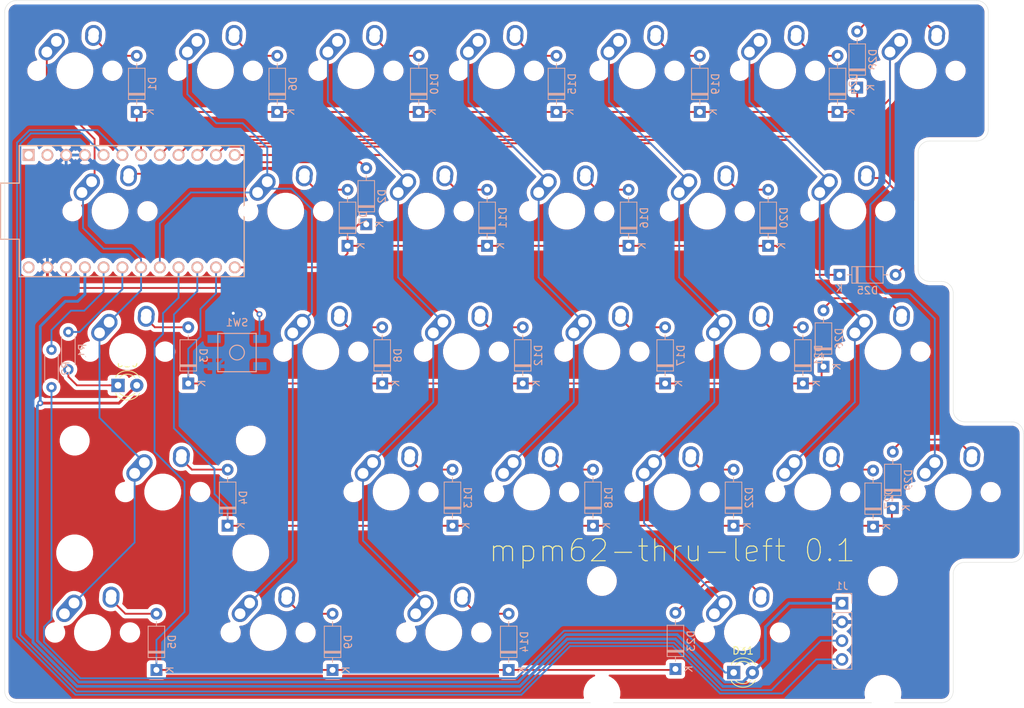
<source format=kicad_pcb>
(kicad_pcb (version 20171130) (host pcbnew "(5.1.4-0-10_14)")
  (layers (0 F.Cu signal) (31 B.Cu signal) (34 B.Paste user) (35 F.Paste user) (36 B.SilkS user) (37 F.SilkS user) (38 B.Mask user) (39 F.Mask user) (44 Edge.Cuts user))
  (net 0 "")
  (net 1 VCC)
  (net 2 "Net-(D3-Pad2)")
  (net 3 ROW0)
  (net 4 "Net-(D4-Pad2)")
  (net 5 ROW1)
  (net 6 "Net-(D5-Pad2)")
  (net 7 ROW2)
  (net 8 "Net-(D6-Pad2)")
  (net 9 ROW3)
  (net 10 "Net-(D7-Pad2)")
  (net 11 ROW4)
  (net 12 "Net-(D8-Pad2)")
  (net 13 "Net-(D9-Pad2)")
  (net 14 "Net-(D10-Pad2)")
  (net 15 "Net-(D11-Pad2)")
  (net 16 "Net-(D12-Pad2)")
  (net 17 "Net-(D13-Pad2)")
  (net 18 "Net-(D14-Pad2)")
  (net 19 "Net-(D15-Pad2)")
  (net 20 "Net-(D16-Pad2)")
  (net 21 "Net-(D17-Pad2)")
  (net 22 "Net-(D18-Pad2)")
  (net 23 "Net-(D19-Pad2)")
  (net 24 "Net-(D20-Pad2)")
  (net 25 "Net-(D21-Pad2)")
  (net 26 "Net-(D22-Pad2)")
  (net 27 "Net-(D23-Pad2)")
  (net 28 "Net-(D24-Pad2)")
  (net 29 "Net-(D25-Pad2)")
  (net 30 "Net-(D26-Pad2)")
  (net 31 "Net-(D27-Pad2)")
  (net 32 "Net-(D28-Pad2)")
  (net 33 "Net-(D29-Pad2)")
  (net 34 "Net-(J1-Pad4)")
  (net 35 "Net-(J1-Pad3)")
  (net 36 GND)
  (net 37 COL0)
  (net 38 COL1)
  (net 39 COL2)
  (net 40 COL3)
  (net 41 COL4)
  (net 42 COL5)
  (net 43 COL6)
  (net 44 "Net-(SW1-Pad1)")
  (net 45 "Net-(D1-Pad2)")
  (net 46 "Net-(D2-Pad2)")
  (net 47 "Net-(D30-Pad1)")
  (net 48 "Net-(D31-Pad1)")
  (net 49 "Net-(R1-Pad2)")
  (net 50 "Net-(R2-Pad2)")
  (module promicro:ProMicro (layer B.Cu) (at 96.6 60.325)
    (fp_text reference U1 hide)
    (fp_text value ProMicro)
    (pad 24 thru_hole circle (at -13.97 7.62) (size 1.6 1.6) (drill 1.1) (layers *.Cu *.Mask B.SilkS))
    (pad 23 thru_hole circle (at -11.43 7.62) (size 1.6 1.6) (drill 1.1) (layers *.Cu *.Mask B.SilkS) (net 36 GND))
    (pad 22 thru_hole circle (at -8.89 7.62) (size 1.6 1.6) (drill 1.1) (layers *.Cu *.Mask B.SilkS) (net 44 "Net-(SW1-Pad1)"))
    (pad 21 thru_hole circle (at -6.35 7.62) (size 1.6 1.6) (drill 1.1) (layers *.Cu *.Mask B.SilkS) (net 1 VCC))
    (pad 20 thru_hole circle (at -3.81 7.62) (size 1.6 1.6) (drill 1.1) (layers *.Cu *.Mask B.SilkS) (net 50 "Net-(R2-Pad2)"))
    (pad 19 thru_hole circle (at -1.27 7.62) (size 1.6 1.6) (drill 1.1) (layers *.Cu *.Mask B.SilkS) (net 49 "Net-(R1-Pad2)"))
    (pad 18 thru_hole circle (at 1.27 7.62) (size 1.6 1.6) (drill 1.1) (layers *.Cu *.Mask B.SilkS) (net 37 COL0))
    (pad 17 thru_hole circle (at 3.81 7.62) (size 1.6 1.6) (drill 1.1) (layers *.Cu *.Mask B.SilkS) (net 38 COL1))
    (pad 16 thru_hole circle (at 6.35 7.62) (size 1.6 1.6) (drill 1.1) (layers *.Cu *.Mask B.SilkS) (net 11 ROW4))
    (pad 15 thru_hole circle (at 8.89 7.62) (size 1.6 1.6) (drill 1.1) (layers *.Cu *.Mask B.SilkS) (net 9 ROW3))
    (pad 14 thru_hole circle (at 11.43 7.62) (size 1.6 1.6) (drill 1.1) (layers *.Cu *.Mask B.SilkS) (net 7 ROW2))
    (pad 13 thru_hole circle (at 13.97 7.62) (size 1.6 1.6) (drill 1.1) (layers *.Cu *.Mask B.SilkS) (net 5 ROW1))
    (pad 12 thru_hole circle (at 13.97 -7.62) (size 1.6 1.6) (drill 1.1) (layers *.Cu *.Mask B.SilkS) (net 39 COL2))
    (pad 11 thru_hole circle (at 11.43 -7.62) (size 1.6 1.6) (drill 1.1) (layers *.Cu *.Mask B.SilkS) (net 40 COL3))
    (pad 10 thru_hole circle (at 8.89 -7.62) (size 1.6 1.6) (drill 1.1) (layers *.Cu *.Mask B.SilkS) (net 41 COL4))
    (pad 9 thru_hole circle (at 6.35 -7.62) (size 1.6 1.6) (drill 1.1) (layers *.Cu *.Mask B.SilkS) (net 42 COL5))
    (pad 8 thru_hole circle (at 3.81 -7.62) (size 1.6 1.6) (drill 1.1) (layers *.Cu *.Mask B.SilkS) (net 43 COL6))
    (pad 7 thru_hole circle (at 1.27 -7.62) (size 1.6 1.6) (drill 1.1) (layers *.Cu *.Mask B.SilkS) (net 3 ROW0))
    (pad 6 thru_hole circle (at -1.27 -7.62) (size 1.6 1.6) (drill 1.1) (layers *.Cu *.Mask B.SilkS) (net 34 "Net-(J1-Pad4)"))
    (pad 5 thru_hole circle (at -3.81 -7.62) (size 1.6 1.6) (drill 1.1) (layers *.Cu *.Mask B.SilkS) (net 35 "Net-(J1-Pad3)"))
    (pad 4 thru_hole circle (at -6.35 -7.62) (size 1.6 1.6) (drill 1.1) (layers *.Cu *.Mask B.SilkS) (net 36 GND))
    (pad 3 thru_hole circle (at -8.89 -7.62) (size 1.6 1.6) (drill 1.1) (layers *.Cu *.Mask B.SilkS) (net 36 GND))
    (pad 2 thru_hole circle (at -11.43 -7.62) (size 1.6 1.6) (drill 1.1) (layers *.Cu *.Mask B.SilkS))
    (pad 1 thru_hole rect (at -13.97 -7.62) (size 1.6 1.6) (drill 1.1) (layers *.Cu *.Mask B.SilkS))
  )
  (module random-keyboard-parts:SKQG-1155865 (layer B.Cu) (at 110.871 79.502)
    (fp_text reference SW1 (at 0 -4.064) (layer B.SilkS) (effects (justify mirror)))
    (fp_text value SW_Push)
    (pad 4 smd rect (at -3.1 -1.85) (size 1.8 1.1) (layers B.Cu B.Paste B.Mask))
    (pad 3 smd rect (at 3.1 1.85) (size 1.8 1.1) (layers B.Cu B.Paste B.Mask))
    (pad 2 smd rect (at -3.1 1.85) (size 1.8 1.1) (layers B.Cu B.Paste B.Mask) (net 36 GND))
    (pad 1 smd rect (at 3.1 -1.85) (size 1.8 1.1) (layers B.Cu B.Paste B.Mask) (net 44 "Net-(SW1-Pad1)"))
  )
  (module Resistor_THT:R_Axial_DIN0204_L3.6mm_D1.6mm_P5.08mm_Horizontal (layer B.Cu) (at 85.725 84.201 90)
    (fp_text reference R2 (at 2.54 1.92 270) (layer B.SilkS) (effects (justify mirror)))
    (fp_text value R_Small)
    (pad 2 thru_hole oval (at 5.08 0 90) (size 1.4 1.4) (drill 0.7) (layers *.Cu *.Mask) (net 50 "Net-(R2-Pad2)"))
    (pad 1 thru_hole circle (at 0 0 90) (size 1.4 1.4) (drill 0.7) (layers *.Cu *.Mask) (net 48 "Net-(D31-Pad1)"))
  )
  (module Resistor_THT:R_Axial_DIN0204_L3.6mm_D1.6mm_P5.08mm_Horizontal (layer B.Cu) (at 88.011 81.788 90)
    (fp_text reference R1 (at 2.54 1.92 90) (layer B.SilkS) (effects (justify mirror)))
    (fp_text value R_Small)
    (pad 2 thru_hole oval (at 5.08 0 90) (size 1.4 1.4) (drill 0.7) (layers *.Cu *.Mask) (net 49 "Net-(R1-Pad2)"))
    (pad 1 thru_hole circle (at 0 0 90) (size 1.4 1.4) (drill 0.7) (layers *.Cu *.Mask) (net 47 "Net-(D30-Pad1)"))
  )
  (module MX_Alps_Hybrid:MX-1U-NoLED (layer F.Cu) (at 207.9625 98.425)
    (fp_text reference MX29)
    (fp_text value B)
    (pad "" np_thru_hole circle (at 5.08 0 48.0996) (size 1.75 1.75) (drill 1.75) (layers *.Cu *.Mask))
    (pad "" np_thru_hole circle (at -5.08 0 48.0996) (size 1.75 1.75) (drill 1.75) (layers *.Cu *.Mask))
    (pad 1 thru_hole circle (at -2.5 -4) (size 2.25 2.25) (drill 1.47) (layers *.Cu B.Mask) (net 43 COL6))
    (pad "" np_thru_hole circle (at 0 0) (size 3.9878 3.9878) (drill 3.9878) (layers *.Cu *.Mask))
    (pad 1 thru_hole oval (at -3.81 -2.54 48.0996) (size 4.211556 2.25) (drill 1.47 (offset 0.980778 0)) (layers *.Cu B.Mask) (net 43 COL6))
    (pad 2 thru_hole circle (at 2.54 -5.08) (size 2.25 2.25) (drill 1.47) (layers *.Cu B.Mask) (net 33 "Net-(D29-Pad2)"))
    (pad 2 thru_hole oval (at 2.5 -4.5 86.0548) (size 2.831378 2.25) (drill 1.47 (offset 0.290689 0)) (layers *.Cu B.Mask) (net 33 "Net-(D29-Pad2)"))
  )
  (module MX_Alps_Hybrid:MX-1U-NoLED (layer F.Cu) (at 203.2 41.275)
    (fp_text reference MX28)
    (fp_text value 6)
    (pad "" np_thru_hole circle (at 5.08 0 48.0996) (size 1.75 1.75) (drill 1.75) (layers *.Cu *.Mask))
    (pad "" np_thru_hole circle (at -5.08 0 48.0996) (size 1.75 1.75) (drill 1.75) (layers *.Cu *.Mask))
    (pad 1 thru_hole circle (at -2.5 -4) (size 2.25 2.25) (drill 1.47) (layers *.Cu B.Mask) (net 43 COL6))
    (pad "" np_thru_hole circle (at 0 0) (size 3.9878 3.9878) (drill 3.9878) (layers *.Cu *.Mask))
    (pad 1 thru_hole oval (at -3.81 -2.54 48.0996) (size 4.211556 2.25) (drill 1.47 (offset 0.980778 0)) (layers *.Cu B.Mask) (net 43 COL6))
    (pad 2 thru_hole circle (at 2.54 -5.08) (size 2.25 2.25) (drill 1.47) (layers *.Cu B.Mask) (net 32 "Net-(D28-Pad2)"))
    (pad 2 thru_hole oval (at 2.5 -4.5 86.0548) (size 2.831378 2.25) (drill 1.47 (offset 0.290689 0)) (layers *.Cu B.Mask) (net 32 "Net-(D28-Pad2)"))
  )
  (module MX_Alps_Hybrid:MX-3U-NoLED (layer F.Cu) (at 179.3875 117.475)
    (fp_text reference MX23)
    (fp_text value SPC)
    (pad "" np_thru_hole circle (at 19.05 8.255) (size 3.9878 3.9878) (drill 3.9878) (layers *.Cu *.Mask))
    (pad "" np_thru_hole circle (at -19.05 8.255) (size 3.9878 3.9878) (drill 3.9878) (layers *.Cu *.Mask))
    (pad "" np_thru_hole circle (at 19.05 -6.985) (size 3.048 3.048) (drill 3.048) (layers *.Cu *.Mask))
    (pad "" np_thru_hole circle (at -19.05 -6.985) (size 3.048 3.048) (drill 3.048) (layers *.Cu *.Mask))
    (pad "" np_thru_hole circle (at 5.08 0 48.0996) (size 1.75 1.75) (drill 1.75) (layers *.Cu *.Mask))
    (pad "" np_thru_hole circle (at -5.08 0 48.0996) (size 1.75 1.75) (drill 1.75) (layers *.Cu *.Mask))
    (pad 1 thru_hole circle (at -2.5 -4) (size 2.25 2.25) (drill 1.47) (layers *.Cu B.Mask) (net 41 COL4))
    (pad "" np_thru_hole circle (at 0 0) (size 3.9878 3.9878) (drill 3.9878) (layers *.Cu *.Mask))
    (pad 1 thru_hole oval (at -3.81 -2.54 48.0996) (size 4.211556 2.25) (drill 1.47 (offset 0.980778 0)) (layers *.Cu B.Mask) (net 41 COL4))
    (pad 2 thru_hole circle (at 2.54 -5.08) (size 2.25 2.25) (drill 1.47) (layers *.Cu B.Mask) (net 27 "Net-(D23-Pad2)"))
    (pad 2 thru_hole oval (at 2.5 -4.5 86.0548) (size 2.831378 2.25) (drill 1.47 (offset 0.290689 0)) (layers *.Cu B.Mask) (net 27 "Net-(D23-Pad2)"))
  )
  (module MX_Alps_Hybrid:MX-1U-NoLED (layer F.Cu) (at 188.9125 98.425)
    (fp_text reference MX27)
    (fp_text value V)
    (pad "" np_thru_hole circle (at 5.08 0 48.0996) (size 1.75 1.75) (drill 1.75) (layers *.Cu *.Mask))
    (pad "" np_thru_hole circle (at -5.08 0 48.0996) (size 1.75 1.75) (drill 1.75) (layers *.Cu *.Mask))
    (pad 1 thru_hole circle (at -2.5 -4) (size 2.25 2.25) (drill 1.47) (layers *.Cu B.Mask) (net 42 COL5))
    (pad "" np_thru_hole circle (at 0 0) (size 3.9878 3.9878) (drill 3.9878) (layers *.Cu *.Mask))
    (pad 1 thru_hole oval (at -3.81 -2.54 48.0996) (size 4.211556 2.25) (drill 1.47 (offset 0.980778 0)) (layers *.Cu B.Mask) (net 42 COL5))
    (pad 2 thru_hole circle (at 2.54 -5.08) (size 2.25 2.25) (drill 1.47) (layers *.Cu B.Mask) (net 31 "Net-(D27-Pad2)"))
    (pad 2 thru_hole oval (at 2.5 -4.5 86.0548) (size 2.831378 2.25) (drill 1.47 (offset 0.290689 0)) (layers *.Cu B.Mask) (net 31 "Net-(D27-Pad2)"))
  )
  (module MX_Alps_Hybrid:MX-1U-NoLED (layer F.Cu) (at 198.4375 79.375)
    (fp_text reference MX26)
    (fp_text value G)
    (pad "" np_thru_hole circle (at 5.08 0 48.0996) (size 1.75 1.75) (drill 1.75) (layers *.Cu *.Mask))
    (pad "" np_thru_hole circle (at -5.08 0 48.0996) (size 1.75 1.75) (drill 1.75) (layers *.Cu *.Mask))
    (pad 1 thru_hole circle (at -2.5 -4) (size 2.25 2.25) (drill 1.47) (layers *.Cu B.Mask) (net 42 COL5))
    (pad "" np_thru_hole circle (at 0 0) (size 3.9878 3.9878) (drill 3.9878) (layers *.Cu *.Mask))
    (pad 1 thru_hole oval (at -3.81 -2.54 48.0996) (size 4.211556 2.25) (drill 1.47 (offset 0.980778 0)) (layers *.Cu B.Mask) (net 42 COL5))
    (pad 2 thru_hole circle (at 2.54 -5.08) (size 2.25 2.25) (drill 1.47) (layers *.Cu B.Mask) (net 30 "Net-(D26-Pad2)"))
    (pad 2 thru_hole oval (at 2.5 -4.5 86.0548) (size 2.831378 2.25) (drill 1.47 (offset 0.290689 0)) (layers *.Cu B.Mask) (net 30 "Net-(D26-Pad2)"))
  )
  (module MX_Alps_Hybrid:MX-1U-NoLED (layer F.Cu) (at 193.675 60.325)
    (fp_text reference MX25)
    (fp_text value T)
    (pad "" np_thru_hole circle (at 5.08 0 48.0996) (size 1.75 1.75) (drill 1.75) (layers *.Cu *.Mask))
    (pad "" np_thru_hole circle (at -5.08 0 48.0996) (size 1.75 1.75) (drill 1.75) (layers *.Cu *.Mask))
    (pad 1 thru_hole circle (at -2.5 -4) (size 2.25 2.25) (drill 1.47) (layers *.Cu B.Mask) (net 42 COL5))
    (pad "" np_thru_hole circle (at 0 0) (size 3.9878 3.9878) (drill 3.9878) (layers *.Cu *.Mask))
    (pad 1 thru_hole oval (at -3.81 -2.54 48.0996) (size 4.211556 2.25) (drill 1.47 (offset 0.980778 0)) (layers *.Cu B.Mask) (net 42 COL5))
    (pad 2 thru_hole circle (at 2.54 -5.08) (size 2.25 2.25) (drill 1.47) (layers *.Cu B.Mask) (net 29 "Net-(D25-Pad2)"))
    (pad 2 thru_hole oval (at 2.5 -4.5 86.0548) (size 2.831378 2.25) (drill 1.47 (offset 0.290689 0)) (layers *.Cu B.Mask) (net 29 "Net-(D25-Pad2)"))
  )
  (module MX_Alps_Hybrid:MX-1U-NoLED (layer F.Cu) (at 184.15 41.275)
    (fp_text reference MX24)
    (fp_text value 5)
    (pad "" np_thru_hole circle (at 5.08 0 48.0996) (size 1.75 1.75) (drill 1.75) (layers *.Cu *.Mask))
    (pad "" np_thru_hole circle (at -5.08 0 48.0996) (size 1.75 1.75) (drill 1.75) (layers *.Cu *.Mask))
    (pad 1 thru_hole circle (at -2.5 -4) (size 2.25 2.25) (drill 1.47) (layers *.Cu B.Mask) (net 42 COL5))
    (pad "" np_thru_hole circle (at 0 0) (size 3.9878 3.9878) (drill 3.9878) (layers *.Cu *.Mask))
    (pad 1 thru_hole oval (at -3.81 -2.54 48.0996) (size 4.211556 2.25) (drill 1.47 (offset 0.980778 0)) (layers *.Cu B.Mask) (net 42 COL5))
    (pad 2 thru_hole circle (at 2.54 -5.08) (size 2.25 2.25) (drill 1.47) (layers *.Cu B.Mask) (net 28 "Net-(D24-Pad2)"))
    (pad 2 thru_hole oval (at 2.5 -4.5 86.0548) (size 2.831378 2.25) (drill 1.47 (offset 0.290689 0)) (layers *.Cu B.Mask) (net 28 "Net-(D24-Pad2)"))
  )
  (module MX_Alps_Hybrid:MX-1U-NoLED (layer F.Cu) (at 169.8625 98.425)
    (fp_text reference MX22)
    (fp_text value C)
    (pad "" np_thru_hole circle (at 5.08 0 48.0996) (size 1.75 1.75) (drill 1.75) (layers *.Cu *.Mask))
    (pad "" np_thru_hole circle (at -5.08 0 48.0996) (size 1.75 1.75) (drill 1.75) (layers *.Cu *.Mask))
    (pad 1 thru_hole circle (at -2.5 -4) (size 2.25 2.25) (drill 1.47) (layers *.Cu B.Mask) (net 41 COL4))
    (pad "" np_thru_hole circle (at 0 0) (size 3.9878 3.9878) (drill 3.9878) (layers *.Cu *.Mask))
    (pad 1 thru_hole oval (at -3.81 -2.54 48.0996) (size 4.211556 2.25) (drill 1.47 (offset 0.980778 0)) (layers *.Cu B.Mask) (net 41 COL4))
    (pad 2 thru_hole circle (at 2.54 -5.08) (size 2.25 2.25) (drill 1.47) (layers *.Cu B.Mask) (net 26 "Net-(D22-Pad2)"))
    (pad 2 thru_hole oval (at 2.5 -4.5 86.0548) (size 2.831378 2.25) (drill 1.47 (offset 0.290689 0)) (layers *.Cu B.Mask) (net 26 "Net-(D22-Pad2)"))
  )
  (module MX_Alps_Hybrid:MX-1U-NoLED (layer F.Cu) (at 179.3875 79.375)
    (fp_text reference MX21)
    (fp_text value F)
    (pad "" np_thru_hole circle (at 5.08 0 48.0996) (size 1.75 1.75) (drill 1.75) (layers *.Cu *.Mask))
    (pad "" np_thru_hole circle (at -5.08 0 48.0996) (size 1.75 1.75) (drill 1.75) (layers *.Cu *.Mask))
    (pad 1 thru_hole circle (at -2.5 -4) (size 2.25 2.25) (drill 1.47) (layers *.Cu B.Mask) (net 41 COL4))
    (pad "" np_thru_hole circle (at 0 0) (size 3.9878 3.9878) (drill 3.9878) (layers *.Cu *.Mask))
    (pad 1 thru_hole oval (at -3.81 -2.54 48.0996) (size 4.211556 2.25) (drill 1.47 (offset 0.980778 0)) (layers *.Cu B.Mask) (net 41 COL4))
    (pad 2 thru_hole circle (at 2.54 -5.08) (size 2.25 2.25) (drill 1.47) (layers *.Cu B.Mask) (net 25 "Net-(D21-Pad2)"))
    (pad 2 thru_hole oval (at 2.5 -4.5 86.0548) (size 2.831378 2.25) (drill 1.47 (offset 0.290689 0)) (layers *.Cu B.Mask) (net 25 "Net-(D21-Pad2)"))
  )
  (module MX_Alps_Hybrid:MX-1U-NoLED (layer F.Cu) (at 174.625 60.325)
    (fp_text reference MX20)
    (fp_text value R)
    (pad "" np_thru_hole circle (at 5.08 0 48.0996) (size 1.75 1.75) (drill 1.75) (layers *.Cu *.Mask))
    (pad "" np_thru_hole circle (at -5.08 0 48.0996) (size 1.75 1.75) (drill 1.75) (layers *.Cu *.Mask))
    (pad 1 thru_hole circle (at -2.5 -4) (size 2.25 2.25) (drill 1.47) (layers *.Cu B.Mask) (net 41 COL4))
    (pad "" np_thru_hole circle (at 0 0) (size 3.9878 3.9878) (drill 3.9878) (layers *.Cu *.Mask))
    (pad 1 thru_hole oval (at -3.81 -2.54 48.0996) (size 4.211556 2.25) (drill 1.47 (offset 0.980778 0)) (layers *.Cu B.Mask) (net 41 COL4))
    (pad 2 thru_hole circle (at 2.54 -5.08) (size 2.25 2.25) (drill 1.47) (layers *.Cu B.Mask) (net 24 "Net-(D20-Pad2)"))
    (pad 2 thru_hole oval (at 2.5 -4.5 86.0548) (size 2.831378 2.25) (drill 1.47 (offset 0.290689 0)) (layers *.Cu B.Mask) (net 24 "Net-(D20-Pad2)"))
  )
  (module MX_Alps_Hybrid:MX-1U-NoLED (layer F.Cu) (at 165.1 41.275)
    (fp_text reference MX19)
    (fp_text value 4)
    (pad "" np_thru_hole circle (at 5.08 0 48.0996) (size 1.75 1.75) (drill 1.75) (layers *.Cu *.Mask))
    (pad "" np_thru_hole circle (at -5.08 0 48.0996) (size 1.75 1.75) (drill 1.75) (layers *.Cu *.Mask))
    (pad 1 thru_hole circle (at -2.5 -4) (size 2.25 2.25) (drill 1.47) (layers *.Cu B.Mask) (net 41 COL4))
    (pad "" np_thru_hole circle (at 0 0) (size 3.9878 3.9878) (drill 3.9878) (layers *.Cu *.Mask))
    (pad 1 thru_hole oval (at -3.81 -2.54 48.0996) (size 4.211556 2.25) (drill 1.47 (offset 0.980778 0)) (layers *.Cu B.Mask) (net 41 COL4))
    (pad 2 thru_hole circle (at 2.54 -5.08) (size 2.25 2.25) (drill 1.47) (layers *.Cu B.Mask) (net 23 "Net-(D19-Pad2)"))
    (pad 2 thru_hole oval (at 2.5 -4.5 86.0548) (size 2.831378 2.25) (drill 1.47 (offset 0.290689 0)) (layers *.Cu B.Mask) (net 23 "Net-(D19-Pad2)"))
  )
  (module MX_Alps_Hybrid:MX-1U-NoLED (layer F.Cu) (at 150.8125 98.425)
    (fp_text reference MX18)
    (fp_text value X)
    (pad "" np_thru_hole circle (at 5.08 0 48.0996) (size 1.75 1.75) (drill 1.75) (layers *.Cu *.Mask))
    (pad "" np_thru_hole circle (at -5.08 0 48.0996) (size 1.75 1.75) (drill 1.75) (layers *.Cu *.Mask))
    (pad 1 thru_hole circle (at -2.5 -4) (size 2.25 2.25) (drill 1.47) (layers *.Cu B.Mask) (net 40 COL3))
    (pad "" np_thru_hole circle (at 0 0) (size 3.9878 3.9878) (drill 3.9878) (layers *.Cu *.Mask))
    (pad 1 thru_hole oval (at -3.81 -2.54 48.0996) (size 4.211556 2.25) (drill 1.47 (offset 0.980778 0)) (layers *.Cu B.Mask) (net 40 COL3))
    (pad 2 thru_hole circle (at 2.54 -5.08) (size 2.25 2.25) (drill 1.47) (layers *.Cu B.Mask) (net 22 "Net-(D18-Pad2)"))
    (pad 2 thru_hole oval (at 2.5 -4.5 86.0548) (size 2.831378 2.25) (drill 1.47 (offset 0.290689 0)) (layers *.Cu B.Mask) (net 22 "Net-(D18-Pad2)"))
  )
  (module MX_Alps_Hybrid:MX-1U-NoLED (layer F.Cu) (at 160.3375 79.375)
    (fp_text reference MX17)
    (fp_text value D)
    (pad "" np_thru_hole circle (at 5.08 0 48.0996) (size 1.75 1.75) (drill 1.75) (layers *.Cu *.Mask))
    (pad "" np_thru_hole circle (at -5.08 0 48.0996) (size 1.75 1.75) (drill 1.75) (layers *.Cu *.Mask))
    (pad 1 thru_hole circle (at -2.5 -4) (size 2.25 2.25) (drill 1.47) (layers *.Cu B.Mask) (net 40 COL3))
    (pad "" np_thru_hole circle (at 0 0) (size 3.9878 3.9878) (drill 3.9878) (layers *.Cu *.Mask))
    (pad 1 thru_hole oval (at -3.81 -2.54 48.0996) (size 4.211556 2.25) (drill 1.47 (offset 0.980778 0)) (layers *.Cu B.Mask) (net 40 COL3))
    (pad 2 thru_hole circle (at 2.54 -5.08) (size 2.25 2.25) (drill 1.47) (layers *.Cu B.Mask) (net 21 "Net-(D17-Pad2)"))
    (pad 2 thru_hole oval (at 2.5 -4.5 86.0548) (size 2.831378 2.25) (drill 1.47 (offset 0.290689 0)) (layers *.Cu B.Mask) (net 21 "Net-(D17-Pad2)"))
  )
  (module MX_Alps_Hybrid:MX-1U-NoLED (layer F.Cu) (at 155.575 60.325)
    (fp_text reference MX16)
    (fp_text value E)
    (pad "" np_thru_hole circle (at 5.08 0 48.0996) (size 1.75 1.75) (drill 1.75) (layers *.Cu *.Mask))
    (pad "" np_thru_hole circle (at -5.08 0 48.0996) (size 1.75 1.75) (drill 1.75) (layers *.Cu *.Mask))
    (pad 1 thru_hole circle (at -2.5 -4) (size 2.25 2.25) (drill 1.47) (layers *.Cu B.Mask) (net 40 COL3))
    (pad "" np_thru_hole circle (at 0 0) (size 3.9878 3.9878) (drill 3.9878) (layers *.Cu *.Mask))
    (pad 1 thru_hole oval (at -3.81 -2.54 48.0996) (size 4.211556 2.25) (drill 1.47 (offset 0.980778 0)) (layers *.Cu B.Mask) (net 40 COL3))
    (pad 2 thru_hole circle (at 2.54 -5.08) (size 2.25 2.25) (drill 1.47) (layers *.Cu B.Mask) (net 20 "Net-(D16-Pad2)"))
    (pad 2 thru_hole oval (at 2.5 -4.5 86.0548) (size 2.831378 2.25) (drill 1.47 (offset 0.290689 0)) (layers *.Cu B.Mask) (net 20 "Net-(D16-Pad2)"))
  )
  (module MX_Alps_Hybrid:MX-1U-NoLED (layer F.Cu) (at 146.05 41.275)
    (fp_text reference MX15)
    (fp_text value 3)
    (pad "" np_thru_hole circle (at 5.08 0 48.0996) (size 1.75 1.75) (drill 1.75) (layers *.Cu *.Mask))
    (pad "" np_thru_hole circle (at -5.08 0 48.0996) (size 1.75 1.75) (drill 1.75) (layers *.Cu *.Mask))
    (pad 1 thru_hole circle (at -2.5 -4) (size 2.25 2.25) (drill 1.47) (layers *.Cu B.Mask) (net 40 COL3))
    (pad "" np_thru_hole circle (at 0 0) (size 3.9878 3.9878) (drill 3.9878) (layers *.Cu *.Mask))
    (pad 1 thru_hole oval (at -3.81 -2.54 48.0996) (size 4.211556 2.25) (drill 1.47 (offset 0.980778 0)) (layers *.Cu B.Mask) (net 40 COL3))
    (pad 2 thru_hole circle (at 2.54 -5.08) (size 2.25 2.25) (drill 1.47) (layers *.Cu B.Mask) (net 19 "Net-(D15-Pad2)"))
    (pad 2 thru_hole oval (at 2.5 -4.5 86.0548) (size 2.831378 2.25) (drill 1.47 (offset 0.290689 0)) (layers *.Cu B.Mask) (net 19 "Net-(D15-Pad2)"))
  )
  (module MX_Alps_Hybrid:MX-1.25U-NoLED (layer F.Cu) (at 138.90625 117.475)
    (fp_text reference MX14)
    (fp_text value CTRL)
    (pad "" np_thru_hole circle (at 5.08 0 48.0996) (size 1.75 1.75) (drill 1.75) (layers *.Cu *.Mask))
    (pad "" np_thru_hole circle (at -5.08 0 48.0996) (size 1.75 1.75) (drill 1.75) (layers *.Cu *.Mask))
    (pad 1 thru_hole circle (at -2.5 -4) (size 2.25 2.25) (drill 1.47) (layers *.Cu B.Mask) (net 39 COL2))
    (pad "" np_thru_hole circle (at 0 0) (size 3.9878 3.9878) (drill 3.9878) (layers *.Cu *.Mask))
    (pad 1 thru_hole oval (at -3.81 -2.54 48.0996) (size 4.211556 2.25) (drill 1.47 (offset 0.980778 0)) (layers *.Cu B.Mask) (net 39 COL2))
    (pad 2 thru_hole circle (at 2.54 -5.08) (size 2.25 2.25) (drill 1.47) (layers *.Cu B.Mask) (net 18 "Net-(D14-Pad2)"))
    (pad 2 thru_hole oval (at 2.5 -4.5 86.0548) (size 2.831378 2.25) (drill 1.47 (offset 0.290689 0)) (layers *.Cu B.Mask) (net 18 "Net-(D14-Pad2)"))
  )
  (module MX_Alps_Hybrid:MX-1U-NoLED (layer F.Cu) (at 131.7625 98.425)
    (fp_text reference MX13)
    (fp_text value Z)
    (pad "" np_thru_hole circle (at 5.08 0 48.0996) (size 1.75 1.75) (drill 1.75) (layers *.Cu *.Mask))
    (pad "" np_thru_hole circle (at -5.08 0 48.0996) (size 1.75 1.75) (drill 1.75) (layers *.Cu *.Mask))
    (pad 1 thru_hole circle (at -2.5 -4) (size 2.25 2.25) (drill 1.47) (layers *.Cu B.Mask) (net 39 COL2))
    (pad "" np_thru_hole circle (at 0 0) (size 3.9878 3.9878) (drill 3.9878) (layers *.Cu *.Mask))
    (pad 1 thru_hole oval (at -3.81 -2.54 48.0996) (size 4.211556 2.25) (drill 1.47 (offset 0.980778 0)) (layers *.Cu B.Mask) (net 39 COL2))
    (pad 2 thru_hole circle (at 2.54 -5.08) (size 2.25 2.25) (drill 1.47) (layers *.Cu B.Mask) (net 17 "Net-(D13-Pad2)"))
    (pad 2 thru_hole oval (at 2.5 -4.5 86.0548) (size 2.831378 2.25) (drill 1.47 (offset 0.290689 0)) (layers *.Cu B.Mask) (net 17 "Net-(D13-Pad2)"))
  )
  (module MX_Alps_Hybrid:MX-1U-NoLED (layer F.Cu) (at 141.2875 79.375)
    (fp_text reference MX12)
    (fp_text value S)
    (pad "" np_thru_hole circle (at 5.08 0 48.0996) (size 1.75 1.75) (drill 1.75) (layers *.Cu *.Mask))
    (pad "" np_thru_hole circle (at -5.08 0 48.0996) (size 1.75 1.75) (drill 1.75) (layers *.Cu *.Mask))
    (pad 1 thru_hole circle (at -2.5 -4) (size 2.25 2.25) (drill 1.47) (layers *.Cu B.Mask) (net 39 COL2))
    (pad "" np_thru_hole circle (at 0 0) (size 3.9878 3.9878) (drill 3.9878) (layers *.Cu *.Mask))
    (pad 1 thru_hole oval (at -3.81 -2.54 48.0996) (size 4.211556 2.25) (drill 1.47 (offset 0.980778 0)) (layers *.Cu B.Mask) (net 39 COL2))
    (pad 2 thru_hole circle (at 2.54 -5.08) (size 2.25 2.25) (drill 1.47) (layers *.Cu B.Mask) (net 16 "Net-(D12-Pad2)"))
    (pad 2 thru_hole oval (at 2.5 -4.5 86.0548) (size 2.831378 2.25) (drill 1.47 (offset 0.290689 0)) (layers *.Cu B.Mask) (net 16 "Net-(D12-Pad2)"))
  )
  (module MX_Alps_Hybrid:MX-1U-NoLED (layer F.Cu) (at 136.525 60.325)
    (fp_text reference MX11)
    (fp_text value W)
    (pad "" np_thru_hole circle (at 5.08 0 48.0996) (size 1.75 1.75) (drill 1.75) (layers *.Cu *.Mask))
    (pad "" np_thru_hole circle (at -5.08 0 48.0996) (size 1.75 1.75) (drill 1.75) (layers *.Cu *.Mask))
    (pad 1 thru_hole circle (at -2.5 -4) (size 2.25 2.25) (drill 1.47) (layers *.Cu B.Mask) (net 39 COL2))
    (pad "" np_thru_hole circle (at 0 0) (size 3.9878 3.9878) (drill 3.9878) (layers *.Cu *.Mask))
    (pad 1 thru_hole oval (at -3.81 -2.54 48.0996) (size 4.211556 2.25) (drill 1.47 (offset 0.980778 0)) (layers *.Cu B.Mask) (net 39 COL2))
    (pad 2 thru_hole circle (at 2.54 -5.08) (size 2.25 2.25) (drill 1.47) (layers *.Cu B.Mask) (net 15 "Net-(D11-Pad2)"))
    (pad 2 thru_hole oval (at 2.5 -4.5 86.0548) (size 2.831378 2.25) (drill 1.47 (offset 0.290689 0)) (layers *.Cu B.Mask) (net 15 "Net-(D11-Pad2)"))
  )
  (module MX_Alps_Hybrid:MX-1U-NoLED (layer F.Cu) (at 127 41.275)
    (fp_text reference MX10)
    (fp_text value 2)
    (pad "" np_thru_hole circle (at 5.08 0 48.0996) (size 1.75 1.75) (drill 1.75) (layers *.Cu *.Mask))
    (pad "" np_thru_hole circle (at -5.08 0 48.0996) (size 1.75 1.75) (drill 1.75) (layers *.Cu *.Mask))
    (pad 1 thru_hole circle (at -2.5 -4) (size 2.25 2.25) (drill 1.47) (layers *.Cu B.Mask) (net 39 COL2))
    (pad "" np_thru_hole circle (at 0 0) (size 3.9878 3.9878) (drill 3.9878) (layers *.Cu *.Mask))
    (pad 1 thru_hole oval (at -3.81 -2.54 48.0996) (size 4.211556 2.25) (drill 1.47 (offset 0.980778 0)) (layers *.Cu B.Mask) (net 39 COL2))
    (pad 2 thru_hole circle (at 2.54 -5.08) (size 2.25 2.25) (drill 1.47) (layers *.Cu B.Mask) (net 14 "Net-(D10-Pad2)"))
    (pad 2 thru_hole oval (at 2.5 -4.5 86.0548) (size 2.831378 2.25) (drill 1.47 (offset 0.290689 0)) (layers *.Cu B.Mask) (net 14 "Net-(D10-Pad2)"))
  )
  (module MX_Alps_Hybrid:MX-1.25U-NoLED (layer F.Cu) (at 115.09375 117.475)
    (fp_text reference MX9)
    (fp_text value WIN)
    (pad "" np_thru_hole circle (at 5.08 0 48.0996) (size 1.75 1.75) (drill 1.75) (layers *.Cu *.Mask))
    (pad "" np_thru_hole circle (at -5.08 0 48.0996) (size 1.75 1.75) (drill 1.75) (layers *.Cu *.Mask))
    (pad 1 thru_hole circle (at -2.5 -4) (size 2.25 2.25) (drill 1.47) (layers *.Cu B.Mask) (net 38 COL1))
    (pad "" np_thru_hole circle (at 0 0) (size 3.9878 3.9878) (drill 3.9878) (layers *.Cu *.Mask))
    (pad 1 thru_hole oval (at -3.81 -2.54 48.0996) (size 4.211556 2.25) (drill 1.47 (offset 0.980778 0)) (layers *.Cu B.Mask) (net 38 COL1))
    (pad 2 thru_hole circle (at 2.54 -5.08) (size 2.25 2.25) (drill 1.47) (layers *.Cu B.Mask) (net 13 "Net-(D9-Pad2)"))
    (pad 2 thru_hole oval (at 2.5 -4.5 86.0548) (size 2.831378 2.25) (drill 1.47 (offset 0.290689 0)) (layers *.Cu B.Mask) (net 13 "Net-(D9-Pad2)"))
  )
  (module MX_Alps_Hybrid:MX-1U-NoLED (layer F.Cu) (at 122.2375 79.375)
    (fp_text reference MX8)
    (fp_text value A)
    (pad "" np_thru_hole circle (at 5.08 0 48.0996) (size 1.75 1.75) (drill 1.75) (layers *.Cu *.Mask))
    (pad "" np_thru_hole circle (at -5.08 0 48.0996) (size 1.75 1.75) (drill 1.75) (layers *.Cu *.Mask))
    (pad 1 thru_hole circle (at -2.5 -4) (size 2.25 2.25) (drill 1.47) (layers *.Cu B.Mask) (net 38 COL1))
    (pad "" np_thru_hole circle (at 0 0) (size 3.9878 3.9878) (drill 3.9878) (layers *.Cu *.Mask))
    (pad 1 thru_hole oval (at -3.81 -2.54 48.0996) (size 4.211556 2.25) (drill 1.47 (offset 0.980778 0)) (layers *.Cu B.Mask) (net 38 COL1))
    (pad 2 thru_hole circle (at 2.54 -5.08) (size 2.25 2.25) (drill 1.47) (layers *.Cu B.Mask) (net 12 "Net-(D8-Pad2)"))
    (pad 2 thru_hole oval (at 2.5 -4.5 86.0548) (size 2.831378 2.25) (drill 1.47 (offset 0.290689 0)) (layers *.Cu B.Mask) (net 12 "Net-(D8-Pad2)"))
  )
  (module MX_Alps_Hybrid:MX-1U-NoLED (layer F.Cu) (at 117.475 60.325)
    (fp_text reference MX7)
    (fp_text value Q)
    (pad "" np_thru_hole circle (at 5.08 0 48.0996) (size 1.75 1.75) (drill 1.75) (layers *.Cu *.Mask))
    (pad "" np_thru_hole circle (at -5.08 0 48.0996) (size 1.75 1.75) (drill 1.75) (layers *.Cu *.Mask))
    (pad 1 thru_hole circle (at -2.5 -4) (size 2.25 2.25) (drill 1.47) (layers *.Cu B.Mask) (net 38 COL1))
    (pad "" np_thru_hole circle (at 0 0) (size 3.9878 3.9878) (drill 3.9878) (layers *.Cu *.Mask))
    (pad 1 thru_hole oval (at -3.81 -2.54 48.0996) (size 4.211556 2.25) (drill 1.47 (offset 0.980778 0)) (layers *.Cu B.Mask) (net 38 COL1))
    (pad 2 thru_hole circle (at 2.54 -5.08) (size 2.25 2.25) (drill 1.47) (layers *.Cu B.Mask) (net 10 "Net-(D7-Pad2)"))
    (pad 2 thru_hole oval (at 2.5 -4.5 86.0548) (size 2.831378 2.25) (drill 1.47 (offset 0.290689 0)) (layers *.Cu B.Mask) (net 10 "Net-(D7-Pad2)"))
  )
  (module MX_Alps_Hybrid:MX-1U-NoLED (layer F.Cu) (at 107.95 41.275)
    (fp_text reference MX6)
    (fp_text value 1)
    (pad "" np_thru_hole circle (at 5.08 0 48.0996) (size 1.75 1.75) (drill 1.75) (layers *.Cu *.Mask))
    (pad "" np_thru_hole circle (at -5.08 0 48.0996) (size 1.75 1.75) (drill 1.75) (layers *.Cu *.Mask))
    (pad 1 thru_hole circle (at -2.5 -4) (size 2.25 2.25) (drill 1.47) (layers *.Cu B.Mask) (net 38 COL1))
    (pad "" np_thru_hole circle (at 0 0) (size 3.9878 3.9878) (drill 3.9878) (layers *.Cu *.Mask))
    (pad 1 thru_hole oval (at -3.81 -2.54 48.0996) (size 4.211556 2.25) (drill 1.47 (offset 0.980778 0)) (layers *.Cu B.Mask) (net 38 COL1))
    (pad 2 thru_hole circle (at 2.54 -5.08) (size 2.25 2.25) (drill 1.47) (layers *.Cu B.Mask) (net 8 "Net-(D6-Pad2)"))
    (pad 2 thru_hole oval (at 2.5 -4.5 86.0548) (size 2.831378 2.25) (drill 1.47 (offset 0.290689 0)) (layers *.Cu B.Mask) (net 8 "Net-(D6-Pad2)"))
  )
  (module MX_Alps_Hybrid:MX-1.25U-NoLED (layer F.Cu) (at 91.28125 117.475)
    (fp_text reference MX5)
    (fp_text value ALT)
    (pad "" np_thru_hole circle (at 5.08 0 48.0996) (size 1.75 1.75) (drill 1.75) (layers *.Cu *.Mask))
    (pad "" np_thru_hole circle (at -5.08 0 48.0996) (size 1.75 1.75) (drill 1.75) (layers *.Cu *.Mask))
    (pad 1 thru_hole circle (at -2.5 -4) (size 2.25 2.25) (drill 1.47) (layers *.Cu B.Mask) (net 37 COL0))
    (pad "" np_thru_hole circle (at 0 0) (size 3.9878 3.9878) (drill 3.9878) (layers *.Cu *.Mask))
    (pad 1 thru_hole oval (at -3.81 -2.54 48.0996) (size 4.211556 2.25) (drill 1.47 (offset 0.980778 0)) (layers *.Cu B.Mask) (net 37 COL0))
    (pad 2 thru_hole circle (at 2.54 -5.08) (size 2.25 2.25) (drill 1.47) (layers *.Cu B.Mask) (net 6 "Net-(D5-Pad2)"))
    (pad 2 thru_hole oval (at 2.5 -4.5 86.0548) (size 2.831378 2.25) (drill 1.47 (offset 0.290689 0)) (layers *.Cu B.Mask) (net 6 "Net-(D5-Pad2)"))
  )
  (module MX_Alps_Hybrid:MX-2.25U-NoLED (layer F.Cu) (at 100.80625 98.425)
    (fp_text reference MX4)
    (fp_text value SHIFT)
    (pad "" np_thru_hole circle (at 11.938 8.255) (size 3.9878 3.9878) (drill 3.9878) (layers *.Cu *.Mask))
    (pad "" np_thru_hole circle (at -11.938 8.255) (size 3.9878 3.9878) (drill 3.9878) (layers *.Cu *.Mask))
    (pad "" np_thru_hole circle (at 11.938 -6.985) (size 3.048 3.048) (drill 3.048) (layers *.Cu *.Mask))
    (pad "" np_thru_hole circle (at -11.938 -6.985) (size 3.048 3.048) (drill 3.048) (layers *.Cu *.Mask))
    (pad "" np_thru_hole circle (at 5.08 0 48.0996) (size 1.75 1.75) (drill 1.75) (layers *.Cu *.Mask))
    (pad "" np_thru_hole circle (at -5.08 0 48.0996) (size 1.75 1.75) (drill 1.75) (layers *.Cu *.Mask))
    (pad 1 thru_hole circle (at -2.5 -4) (size 2.25 2.25) (drill 1.47) (layers *.Cu B.Mask) (net 37 COL0))
    (pad "" np_thru_hole circle (at 0 0) (size 3.9878 3.9878) (drill 3.9878) (layers *.Cu *.Mask))
    (pad 1 thru_hole oval (at -3.81 -2.54 48.0996) (size 4.211556 2.25) (drill 1.47 (offset 0.980778 0)) (layers *.Cu B.Mask) (net 37 COL0))
    (pad 2 thru_hole circle (at 2.54 -5.08) (size 2.25 2.25) (drill 1.47) (layers *.Cu B.Mask) (net 4 "Net-(D4-Pad2)"))
    (pad 2 thru_hole oval (at 2.5 -4.5 86.0548) (size 2.831378 2.25) (drill 1.47 (offset 0.290689 0)) (layers *.Cu B.Mask) (net 4 "Net-(D4-Pad2)"))
  )
  (module MX_Alps_Hybrid:MX-1.75U-NoLED (layer F.Cu) (at 96.04375 79.375)
    (fp_text reference MX3)
    (fp_text value CAPS)
    (pad "" np_thru_hole circle (at 5.08 0 48.0996) (size 1.75 1.75) (drill 1.75) (layers *.Cu *.Mask))
    (pad "" np_thru_hole circle (at -5.08 0 48.0996) (size 1.75 1.75) (drill 1.75) (layers *.Cu *.Mask))
    (pad 1 thru_hole circle (at -2.5 -4) (size 2.25 2.25) (drill 1.47) (layers *.Cu B.Mask) (net 37 COL0))
    (pad "" np_thru_hole circle (at 0 0) (size 3.9878 3.9878) (drill 3.9878) (layers *.Cu *.Mask))
    (pad 1 thru_hole oval (at -3.81 -2.54 48.0996) (size 4.211556 2.25) (drill 1.47 (offset 0.980778 0)) (layers *.Cu B.Mask) (net 37 COL0))
    (pad 2 thru_hole circle (at 2.54 -5.08) (size 2.25 2.25) (drill 1.47) (layers *.Cu B.Mask) (net 2 "Net-(D3-Pad2)"))
    (pad 2 thru_hole oval (at 2.5 -4.5 86.0548) (size 2.831378 2.25) (drill 1.47 (offset 0.290689 0)) (layers *.Cu B.Mask) (net 2 "Net-(D3-Pad2)"))
  )
  (module MX_Alps_Hybrid:MX-1.5U-NoLED (layer F.Cu) (at 93.6625 60.325)
    (fp_text reference MX2)
    (fp_text value TAB)
    (pad "" np_thru_hole circle (at 5.08 0 48.0996) (size 1.75 1.75) (drill 1.75) (layers *.Cu *.Mask))
    (pad "" np_thru_hole circle (at -5.08 0 48.0996) (size 1.75 1.75) (drill 1.75) (layers *.Cu *.Mask))
    (pad 1 thru_hole circle (at -2.5 -4) (size 2.25 2.25) (drill 1.47) (layers *.Cu B.Mask) (net 37 COL0))
    (pad "" np_thru_hole circle (at 0 0) (size 3.9878 3.9878) (drill 3.9878) (layers *.Cu *.Mask))
    (pad 1 thru_hole oval (at -3.81 -2.54 48.0996) (size 4.211556 2.25) (drill 1.47 (offset 0.980778 0)) (layers *.Cu B.Mask) (net 37 COL0))
    (pad 2 thru_hole circle (at 2.54 -5.08) (size 2.25 2.25) (drill 1.47) (layers *.Cu B.Mask) (net 46 "Net-(D2-Pad2)"))
    (pad 2 thru_hole oval (at 2.5 -4.5 86.0548) (size 2.831378 2.25) (drill 1.47 (offset 0.290689 0)) (layers *.Cu B.Mask) (net 46 "Net-(D2-Pad2)"))
  )
  (module MX_Alps_Hybrid:MX-1U-NoLED (layer F.Cu) (at 88.9 41.275)
    (fp_text reference MX1)
    (fp_text value ESC)
    (pad "" np_thru_hole circle (at 5.08 0 48.0996) (size 1.75 1.75) (drill 1.75) (layers *.Cu *.Mask))
    (pad "" np_thru_hole circle (at -5.08 0 48.0996) (size 1.75 1.75) (drill 1.75) (layers *.Cu *.Mask))
    (pad 1 thru_hole circle (at -2.5 -4) (size 2.25 2.25) (drill 1.47) (layers *.Cu B.Mask) (net 37 COL0))
    (pad "" np_thru_hole circle (at 0 0) (size 3.9878 3.9878) (drill 3.9878) (layers *.Cu *.Mask))
    (pad 1 thru_hole oval (at -3.81 -2.54 48.0996) (size 4.211556 2.25) (drill 1.47 (offset 0.980778 0)) (layers *.Cu B.Mask) (net 37 COL0))
    (pad 2 thru_hole circle (at 2.54 -5.08) (size 2.25 2.25) (drill 1.47) (layers *.Cu B.Mask) (net 45 "Net-(D1-Pad2)"))
    (pad 2 thru_hole oval (at 2.5 -4.5 86.0548) (size 2.831378 2.25) (drill 1.47 (offset 0.290689 0)) (layers *.Cu B.Mask) (net 45 "Net-(D1-Pad2)"))
  )
  (module Connector_PinHeader_2.54mm:PinHeader_1x04_P2.54mm_Vertical (layer B.Cu) (at 192.88125 113.50625 180)
    (fp_text reference J1 (at 0 2.33) (layer B.SilkS) (effects (justify mirror)))
    (fp_text value Conn_01x04_Male)
    (pad 4 thru_hole oval (at 0 -7.62 180) (size 1.7 1.7) (drill 1) (layers *.Cu *.Mask) (net 34 "Net-(J1-Pad4)"))
    (pad 3 thru_hole oval (at 0 -5.08 180) (size 1.7 1.7) (drill 1) (layers *.Cu *.Mask) (net 35 "Net-(J1-Pad3)"))
    (pad 2 thru_hole oval (at 0 -2.54 180) (size 1.7 1.7) (drill 1) (layers *.Cu *.Mask) (net 36 GND))
    (pad 1 thru_hole rect (at 0 0 180) (size 1.7 1.7) (drill 1) (layers *.Cu *.Mask) (net 1 VCC))
  )
  (module Diode_THT:D_DO-35_SOD27_P7.62mm_Horizontal (layer B.Cu) (at 199.771 100.584 90)
    (fp_text reference D29 (at 3.81 2.12 270) (layer B.SilkS) (effects (justify mirror)))
    (fp_text value D_Small)
    (fp_text user K (at 0 1.8 270) (layer B.SilkS) (effects (justify mirror)))
    (pad 2 thru_hole oval (at 7.62 0 90) (size 1.6 1.6) (drill 0.8) (layers *.Cu *.Mask) (net 33 "Net-(D29-Pad2)"))
    (pad 1 thru_hole rect (at 0 0 90) (size 1.6 1.6) (drill 0.8) (layers *.Cu *.Mask) (net 9 ROW3))
  )
  (module Diode_THT:D_DO-35_SOD27_P7.62mm_Horizontal (layer B.Cu) (at 194.945 43.561 90)
    (fp_text reference D28 (at 3.81 2.12 270) (layer B.SilkS) (effects (justify mirror)))
    (fp_text value D_Small)
    (fp_text user K (at 0 1.8 270) (layer B.SilkS) (effects (justify mirror)))
    (pad 2 thru_hole oval (at 7.62 0 90) (size 1.6 1.6) (drill 0.8) (layers *.Cu *.Mask) (net 32 "Net-(D28-Pad2)"))
    (pad 1 thru_hole rect (at 0 0 90) (size 1.6 1.6) (drill 0.8) (layers *.Cu *.Mask) (net 3 ROW0))
  )
  (module Diode_THT:D_DO-35_SOD27_P7.62mm_Horizontal (layer B.Cu) (at 170.307 122.428 90)
    (fp_text reference D23 (at 3.81 2.12 270) (layer B.SilkS) (effects (justify mirror)))
    (fp_text value D_Small)
    (fp_text user K (at 0 1.8 270) (layer B.SilkS) (effects (justify mirror)))
    (pad 2 thru_hole oval (at 7.62 0 90) (size 1.6 1.6) (drill 0.8) (layers *.Cu *.Mask) (net 27 "Net-(D23-Pad2)"))
    (pad 1 thru_hole rect (at 0 0 90) (size 1.6 1.6) (drill 0.8) (layers *.Cu *.Mask) (net 11 ROW4))
  )
  (module Diode_THT:D_DO-35_SOD27_P7.62mm_Horizontal (layer B.Cu) (at 197.104 103.124 90)
    (fp_text reference D27 (at 3.81 2.12 270) (layer B.SilkS) (effects (justify mirror)))
    (fp_text value D_Small)
    (fp_text user K (at 0 1.8 270) (layer B.SilkS) (effects (justify mirror)))
    (pad 2 thru_hole oval (at 7.62 0 90) (size 1.6 1.6) (drill 0.8) (layers *.Cu *.Mask) (net 31 "Net-(D27-Pad2)"))
    (pad 1 thru_hole rect (at 0 0 90) (size 1.6 1.6) (drill 0.8) (layers *.Cu *.Mask) (net 9 ROW3))
  )
  (module Diode_THT:D_DO-35_SOD27_P7.62mm_Horizontal (layer B.Cu) (at 190.373 81.407 90)
    (fp_text reference D26 (at 3.81 2.12 270) (layer B.SilkS) (effects (justify mirror)))
    (fp_text value D_Small)
    (fp_text user K (at 0 1.8 270) (layer B.SilkS) (effects (justify mirror)))
    (pad 2 thru_hole oval (at 7.62 0 90) (size 1.6 1.6) (drill 0.8) (layers *.Cu *.Mask) (net 30 "Net-(D26-Pad2)"))
    (pad 1 thru_hole rect (at 0 0 90) (size 1.6 1.6) (drill 0.8) (layers *.Cu *.Mask) (net 7 ROW2))
  )
  (module Diode_THT:D_DO-35_SOD27_P7.62mm_Horizontal (layer B.Cu) (at 192.532 68.961)
    (fp_text reference D25 (at 3.81 2.12 180) (layer B.SilkS) (effects (justify mirror)))
    (fp_text value D_Small)
    (fp_text user K (at 0 1.8 180) (layer B.SilkS) (effects (justify mirror)))
    (pad 2 thru_hole oval (at 7.62 0) (size 1.6 1.6) (drill 0.8) (layers *.Cu *.Mask) (net 29 "Net-(D25-Pad2)"))
    (pad 1 thru_hole rect (at 0 0) (size 1.6 1.6) (drill 0.8) (layers *.Cu *.Mask) (net 5 ROW1))
  )
  (module Diode_THT:D_DO-35_SOD27_P7.62mm_Horizontal (layer B.Cu) (at 192.278 46.863 90)
    (fp_text reference D24 (at 3.81 2.12 270) (layer B.SilkS) (effects (justify mirror)))
    (fp_text value D_Small)
    (fp_text user K (at 0 1.8 270) (layer B.SilkS) (effects (justify mirror)))
    (pad 2 thru_hole oval (at 7.62 0 90) (size 1.6 1.6) (drill 0.8) (layers *.Cu *.Mask) (net 28 "Net-(D24-Pad2)"))
    (pad 1 thru_hole rect (at 0 0 90) (size 1.6 1.6) (drill 0.8) (layers *.Cu *.Mask) (net 3 ROW0))
  )
  (module Diode_THT:D_DO-35_SOD27_P7.62mm_Horizontal (layer B.Cu) (at 178.181 102.997 90)
    (fp_text reference D22 (at 3.81 2.12 270) (layer B.SilkS) (effects (justify mirror)))
    (fp_text value D_Small)
    (fp_text user K (at 0 1.8 270) (layer B.SilkS) (effects (justify mirror)))
    (pad 2 thru_hole oval (at 7.62 0 90) (size 1.6 1.6) (drill 0.8) (layers *.Cu *.Mask) (net 26 "Net-(D22-Pad2)"))
    (pad 1 thru_hole rect (at 0 0 90) (size 1.6 1.6) (drill 0.8) (layers *.Cu *.Mask) (net 9 ROW3))
  )
  (module Diode_THT:D_DO-35_SOD27_P7.62mm_Horizontal (layer B.Cu) (at 187.579 83.693 90)
    (fp_text reference D21 (at 3.81 2.12 270) (layer B.SilkS) (effects (justify mirror)))
    (fp_text value D_Small)
    (fp_text user K (at 0 1.8 270) (layer B.SilkS) (effects (justify mirror)))
    (pad 2 thru_hole oval (at 7.62 0 90) (size 1.6 1.6) (drill 0.8) (layers *.Cu *.Mask) (net 25 "Net-(D21-Pad2)"))
    (pad 1 thru_hole rect (at 0 0 90) (size 1.6 1.6) (drill 0.8) (layers *.Cu *.Mask) (net 7 ROW2))
  )
  (module Diode_THT:D_DO-35_SOD27_P7.62mm_Horizontal (layer B.Cu) (at 182.88 65.024 90)
    (fp_text reference D20 (at 3.81 2.12 270) (layer B.SilkS) (effects (justify mirror)))
    (fp_text value D_Small)
    (fp_text user K (at 0 1.8 270) (layer B.SilkS) (effects (justify mirror)))
    (pad 2 thru_hole oval (at 7.62 0 90) (size 1.6 1.6) (drill 0.8) (layers *.Cu *.Mask) (net 24 "Net-(D20-Pad2)"))
    (pad 1 thru_hole rect (at 0 0 90) (size 1.6 1.6) (drill 0.8) (layers *.Cu *.Mask) (net 5 ROW1))
  )
  (module Diode_THT:D_DO-35_SOD27_P7.62mm_Horizontal (layer B.Cu) (at 173.609 46.863 90)
    (fp_text reference D19 (at 3.81 2.12 270) (layer B.SilkS) (effects (justify mirror)))
    (fp_text value D_Small)
    (fp_text user K (at 0 1.8 270) (layer B.SilkS) (effects (justify mirror)))
    (pad 2 thru_hole oval (at 7.62 0 90) (size 1.6 1.6) (drill 0.8) (layers *.Cu *.Mask) (net 23 "Net-(D19-Pad2)"))
    (pad 1 thru_hole rect (at 0 0 90) (size 1.6 1.6) (drill 0.8) (layers *.Cu *.Mask) (net 3 ROW0))
  )
  (module Diode_THT:D_DO-35_SOD27_P7.62mm_Horizontal (layer B.Cu) (at 159.131 102.997 90)
    (fp_text reference D18 (at 3.81 2.12 270) (layer B.SilkS) (effects (justify mirror)))
    (fp_text value D_Small)
    (fp_text user K (at 0 1.8 270) (layer B.SilkS) (effects (justify mirror)))
    (pad 2 thru_hole oval (at 7.62 0 90) (size 1.6 1.6) (drill 0.8) (layers *.Cu *.Mask) (net 22 "Net-(D18-Pad2)"))
    (pad 1 thru_hole rect (at 0 0 90) (size 1.6 1.6) (drill 0.8) (layers *.Cu *.Mask) (net 9 ROW3))
  )
  (module Diode_THT:D_DO-35_SOD27_P7.62mm_Horizontal (layer B.Cu) (at 168.91 83.693 90)
    (fp_text reference D17 (at 3.81 2.12 270) (layer B.SilkS) (effects (justify mirror)))
    (fp_text value D_Small)
    (fp_text user K (at 0 1.8 270) (layer B.SilkS) (effects (justify mirror)))
    (pad 2 thru_hole oval (at 7.62 0 90) (size 1.6 1.6) (drill 0.8) (layers *.Cu *.Mask) (net 21 "Net-(D17-Pad2)"))
    (pad 1 thru_hole rect (at 0 0 90) (size 1.6 1.6) (drill 0.8) (layers *.Cu *.Mask) (net 7 ROW2))
  )
  (module Diode_THT:D_DO-35_SOD27_P7.62mm_Horizontal (layer B.Cu) (at 163.957 65.024 90)
    (fp_text reference D16 (at 3.81 2.12 270) (layer B.SilkS) (effects (justify mirror)))
    (fp_text value D_Small)
    (fp_text user K (at 0 1.8 270) (layer B.SilkS) (effects (justify mirror)))
    (pad 2 thru_hole oval (at 7.62 0 90) (size 1.6 1.6) (drill 0.8) (layers *.Cu *.Mask) (net 20 "Net-(D16-Pad2)"))
    (pad 1 thru_hole rect (at 0 0 90) (size 1.6 1.6) (drill 0.8) (layers *.Cu *.Mask) (net 5 ROW1))
  )
  (module Diode_THT:D_DO-35_SOD27_P7.62mm_Horizontal (layer B.Cu) (at 154.178 46.863 90)
    (fp_text reference D15 (at 3.81 2.12 270) (layer B.SilkS) (effects (justify mirror)))
    (fp_text value D_Small)
    (fp_text user K (at 0 1.8 270) (layer B.SilkS) (effects (justify mirror)))
    (pad 2 thru_hole oval (at 7.62 0 90) (size 1.6 1.6) (drill 0.8) (layers *.Cu *.Mask) (net 19 "Net-(D15-Pad2)"))
    (pad 1 thru_hole rect (at 0 0 90) (size 1.6 1.6) (drill 0.8) (layers *.Cu *.Mask) (net 3 ROW0))
  )
  (module Diode_THT:D_DO-35_SOD27_P7.62mm_Horizontal (layer B.Cu) (at 147.701 122.555 90)
    (fp_text reference D14 (at 3.81 2.12 270) (layer B.SilkS) (effects (justify mirror)))
    (fp_text value D_Small)
    (fp_text user K (at 0 1.8 270) (layer B.SilkS) (effects (justify mirror)))
    (pad 2 thru_hole oval (at 7.62 0 90) (size 1.6 1.6) (drill 0.8) (layers *.Cu *.Mask) (net 18 "Net-(D14-Pad2)"))
    (pad 1 thru_hole rect (at 0 0 90) (size 1.6 1.6) (drill 0.8) (layers *.Cu *.Mask) (net 11 ROW4))
  )
  (module Diode_THT:D_DO-35_SOD27_P7.62mm_Horizontal (layer B.Cu) (at 140.081 102.997 90)
    (fp_text reference D13 (at 3.81 2.12 270) (layer B.SilkS) (effects (justify mirror)))
    (fp_text value D_Small)
    (fp_text user K (at 0 1.8 270) (layer B.SilkS) (effects (justify mirror)))
    (pad 2 thru_hole oval (at 7.62 0 90) (size 1.6 1.6) (drill 0.8) (layers *.Cu *.Mask) (net 17 "Net-(D13-Pad2)"))
    (pad 1 thru_hole rect (at 0 0 90) (size 1.6 1.6) (drill 0.8) (layers *.Cu *.Mask) (net 9 ROW3))
  )
  (module Diode_THT:D_DO-35_SOD27_P7.62mm_Horizontal (layer B.Cu) (at 149.606 83.693 90)
    (fp_text reference D12 (at 3.81 2.12 270) (layer B.SilkS) (effects (justify mirror)))
    (fp_text value D_Small)
    (fp_text user K (at 0 1.8 270) (layer B.SilkS) (effects (justify mirror)))
    (pad 2 thru_hole oval (at 7.62 0 90) (size 1.6 1.6) (drill 0.8) (layers *.Cu *.Mask) (net 16 "Net-(D12-Pad2)"))
    (pad 1 thru_hole rect (at 0 0 90) (size 1.6 1.6) (drill 0.8) (layers *.Cu *.Mask) (net 7 ROW2))
  )
  (module Diode_THT:D_DO-35_SOD27_P7.62mm_Horizontal (layer B.Cu) (at 144.78 65.024 90)
    (fp_text reference D11 (at 3.81 2.12 270) (layer B.SilkS) (effects (justify mirror)))
    (fp_text value D_Small)
    (fp_text user K (at 0 1.8 270) (layer B.SilkS) (effects (justify mirror)))
    (pad 2 thru_hole oval (at 7.62 0 90) (size 1.6 1.6) (drill 0.8) (layers *.Cu *.Mask) (net 15 "Net-(D11-Pad2)"))
    (pad 1 thru_hole rect (at 0 0 90) (size 1.6 1.6) (drill 0.8) (layers *.Cu *.Mask) (net 5 ROW1))
  )
  (module Diode_THT:D_DO-35_SOD27_P7.62mm_Horizontal (layer B.Cu) (at 135.509 46.863 90)
    (fp_text reference D10 (at 3.81 2.12 270) (layer B.SilkS) (effects (justify mirror)))
    (fp_text value D_Small)
    (fp_text user K (at 0 1.8 270) (layer B.SilkS) (effects (justify mirror)))
    (pad 2 thru_hole oval (at 7.62 0 90) (size 1.6 1.6) (drill 0.8) (layers *.Cu *.Mask) (net 14 "Net-(D10-Pad2)"))
    (pad 1 thru_hole rect (at 0 0 90) (size 1.6 1.6) (drill 0.8) (layers *.Cu *.Mask) (net 3 ROW0))
  )
  (module Diode_THT:D_DO-35_SOD27_P7.62mm_Horizontal (layer B.Cu) (at 123.825 122.555 90)
    (fp_text reference D9 (at 3.81 2.12 270) (layer B.SilkS) (effects (justify mirror)))
    (fp_text value D_Small)
    (fp_text user K (at 0 1.8 270) (layer B.SilkS) (effects (justify mirror)))
    (pad 2 thru_hole oval (at 7.62 0 90) (size 1.6 1.6) (drill 0.8) (layers *.Cu *.Mask) (net 13 "Net-(D9-Pad2)"))
    (pad 1 thru_hole rect (at 0 0 90) (size 1.6 1.6) (drill 0.8) (layers *.Cu *.Mask) (net 11 ROW4))
  )
  (module Diode_THT:D_DO-35_SOD27_P7.62mm_Horizontal (layer B.Cu) (at 130.556 83.693 90)
    (fp_text reference D8 (at 3.81 2.12 270) (layer B.SilkS) (effects (justify mirror)))
    (fp_text value D_Small)
    (fp_text user K (at 0 1.8 270) (layer B.SilkS) (effects (justify mirror)))
    (pad 2 thru_hole oval (at 7.62 0 90) (size 1.6 1.6) (drill 0.8) (layers *.Cu *.Mask) (net 12 "Net-(D8-Pad2)"))
    (pad 1 thru_hole rect (at 0 0 90) (size 1.6 1.6) (drill 0.8) (layers *.Cu *.Mask) (net 7 ROW2))
  )
  (module Diode_THT:D_DO-35_SOD27_P7.62mm_Horizontal (layer B.Cu) (at 125.857 65.024 90)
    (fp_text reference D7 (at 3.81 2.12 270) (layer B.SilkS) (effects (justify mirror)))
    (fp_text value D_Small)
    (fp_text user K (at 0 1.8 270) (layer B.SilkS) (effects (justify mirror)))
    (pad 2 thru_hole oval (at 7.62 0 90) (size 1.6 1.6) (drill 0.8) (layers *.Cu *.Mask) (net 10 "Net-(D7-Pad2)"))
    (pad 1 thru_hole rect (at 0 0 90) (size 1.6 1.6) (drill 0.8) (layers *.Cu *.Mask) (net 5 ROW1))
  )
  (module Diode_THT:D_DO-35_SOD27_P7.62mm_Horizontal (layer B.Cu) (at 116.332 46.863 90)
    (fp_text reference D6 (at 3.81 2.12 270) (layer B.SilkS) (effects (justify mirror)))
    (fp_text value D_Small)
    (fp_text user K (at 0 1.8 270) (layer B.SilkS) (effects (justify mirror)))
    (pad 2 thru_hole oval (at 7.62 0 90) (size 1.6 1.6) (drill 0.8) (layers *.Cu *.Mask) (net 8 "Net-(D6-Pad2)"))
    (pad 1 thru_hole rect (at 0 0 90) (size 1.6 1.6) (drill 0.8) (layers *.Cu *.Mask) (net 3 ROW0))
  )
  (module Diode_THT:D_DO-35_SOD27_P7.62mm_Horizontal (layer B.Cu) (at 99.949 122.555 90)
    (fp_text reference D5 (at 3.81 2.12 270) (layer B.SilkS) (effects (justify mirror)))
    (fp_text value D_Small)
    (fp_text user K (at 0 1.8 270) (layer B.SilkS) (effects (justify mirror)))
    (pad 2 thru_hole oval (at 7.62 0 90) (size 1.6 1.6) (drill 0.8) (layers *.Cu *.Mask) (net 6 "Net-(D5-Pad2)"))
    (pad 1 thru_hole rect (at 0 0 90) (size 1.6 1.6) (drill 0.8) (layers *.Cu *.Mask) (net 11 ROW4))
  )
  (module Diode_THT:D_DO-35_SOD27_P7.62mm_Horizontal (layer B.Cu) (at 109.601 102.997 90)
    (fp_text reference D4 (at 3.81 2.12 270) (layer B.SilkS) (effects (justify mirror)))
    (fp_text value D_Small)
    (fp_text user K (at 0 1.8 270) (layer B.SilkS) (effects (justify mirror)))
    (pad 2 thru_hole oval (at 7.62 0 90) (size 1.6 1.6) (drill 0.8) (layers *.Cu *.Mask) (net 4 "Net-(D4-Pad2)"))
    (pad 1 thru_hole rect (at 0 0 90) (size 1.6 1.6) (drill 0.8) (layers *.Cu *.Mask) (net 9 ROW3))
  )
  (module Diode_THT:D_DO-35_SOD27_P7.62mm_Horizontal (layer B.Cu) (at 104.267 83.693 90)
    (fp_text reference D3 (at 3.81 2.12 270) (layer B.SilkS) (effects (justify mirror)))
    (fp_text value D_Small)
    (fp_text user K (at 0 1.8 270) (layer B.SilkS) (effects (justify mirror)))
    (pad 2 thru_hole oval (at 7.62 0 90) (size 1.6 1.6) (drill 0.8) (layers *.Cu *.Mask) (net 2 "Net-(D3-Pad2)"))
    (pad 1 thru_hole rect (at 0 0 90) (size 1.6 1.6) (drill 0.8) (layers *.Cu *.Mask) (net 7 ROW2))
  )
  (module Diode_THT:D_DO-35_SOD27_P7.62mm_Horizontal (layer B.Cu) (at 128.397 62.103 90)
    (fp_text reference D2 (at 3.81 2.12 90) (layer B.SilkS) (effects (justify mirror)))
    (fp_text value D_Small)
    (fp_text user K (at 0 1.8 90) (layer B.SilkS) (effects (justify mirror)))
    (pad 2 thru_hole oval (at 7.62 0 90) (size 1.6 1.6) (drill 0.8) (layers *.Cu *.Mask) (net 46 "Net-(D2-Pad2)"))
    (pad 1 thru_hole rect (at 0 0 90) (size 1.6 1.6) (drill 0.8) (layers *.Cu *.Mask) (net 5 ROW1))
  )
  (module Diode_THT:D_DO-35_SOD27_P7.62mm_Horizontal (layer B.Cu) (at 97.282 46.863 90)
    (fp_text reference D1 (at 3.81 2.12 270) (layer B.SilkS) (effects (justify mirror)))
    (fp_text value D_Small)
    (fp_text user K (at 0 1.8 270) (layer B.SilkS) (effects (justify mirror)))
    (pad 2 thru_hole oval (at 7.62 0 90) (size 1.6 1.6) (drill 0.8) (layers *.Cu *.Mask) (net 45 "Net-(D1-Pad2)"))
    (pad 1 thru_hole rect (at 0 0 90) (size 1.6 1.6) (drill 0.8) (layers *.Cu *.Mask) (net 3 ROW0))
  )
  (module LED_THT:LED_D3.0mm (layer F.Cu) (at 178.1985 122.90875)
    (fp_text reference D31 (at 1.27 -2.96) (layer F.SilkS))
    (fp_text value "LED_SPC ")
    (pad 2 thru_hole circle (at 2.54 0) (size 1.8 1.8) (drill 0.9) (layers *.Cu *.Mask) (net 1 VCC))
    (pad 1 thru_hole rect (at 0 0) (size 1.8 1.8) (drill 0.9) (layers *.Cu *.Mask) (net 48 "Net-(D31-Pad1)"))
  )
  (module LED_THT:LED_D3.0mm (layer F.Cu) (at 94.742 83.947)
    (fp_text reference D30 (at 1.27 -2.96) (layer F.SilkS))
    (fp_text value LED_CAPS)
    (pad 2 thru_hole circle (at 2.54 0) (size 1.8 1.8) (drill 0.9) (layers *.Cu *.Mask) (net 1 VCC))
    (pad 1 thru_hole rect (at 0 0) (size 1.8 1.8) (drill 0.9) (layers *.Cu *.Mask) (net 47 "Net-(D30-Pad1)"))
  )
  (gr_text "mpm62-thru-left 0.1" (at 169.8625 106.3625) (layer F.SilkS) (effects (font (size 3 3))))
  (gr_line (start 80.9625 127) (end 206.375 127) (layer Edge.Cuts) (width 0.05))
  (gr_line (start 79.375 33.3375) (end 79.375 125.4125) (layer Edge.Cuts) (width 0.05))
  (gr_line (start 211.1375 31.75) (end 80.9625 31.75) (layer Edge.Cuts) (width 0.05))
  (gr_line (start 212.725 49.2125) (end 212.725 33.3375) (layer Edge.Cuts) (width 0.05))
  (gr_line (start 204.7875 50.8) (end 211.1375 50.8) (layer Edge.Cuts) (width 0.05))
  (gr_line (start 203.2 68.2625) (end 203.2 52.3875) (layer Edge.Cuts) (width 0.05))
  (gr_line (start 206.375 69.85) (end 204.7875 69.85) (layer Edge.Cuts) (width 0.05))
  (gr_line (start 207.9625 87.3125) (end 207.9625 71.4375) (layer Edge.Cuts) (width 0.05))
  (gr_line (start 215.9 88.9) (end 209.55 88.9) (layer Edge.Cuts) (width 0.05))
  (gr_line (start 217.4875 106.3625) (end 217.4875 90.4875) (layer Edge.Cuts) (width 0.05))
  (gr_line (start 209.55 107.95) (end 215.9 107.95) (layer Edge.Cuts) (width 0.05))
  (gr_line (start 207.9625 109.5375) (end 207.9625 125.4125) (layer Edge.Cuts) (width 0.05))
  (gr_arc (start 211.1375 33.3375) (end 212.725 33.3375) (angle -90) (layer Edge.Cuts) (width 0.05))
  (gr_arc (start 211.1375 49.2125) (end 211.1375 50.8) (angle -90) (layer Edge.Cuts) (width 0.05))
  (gr_arc (start 204.7875 52.3875) (end 204.7875 50.8) (angle -90) (layer Edge.Cuts) (width 0.05))
  (gr_arc (start 204.7875 68.2625) (end 203.2 68.2625) (angle -90) (layer Edge.Cuts) (width 0.05))
  (gr_arc (start 206.375 71.4375) (end 207.9625 71.4375) (angle -90) (layer Edge.Cuts) (width 0.05))
  (gr_arc (start 209.55 87.3125) (end 207.9625 87.3125) (angle -90) (layer Edge.Cuts) (width 0.05))
  (gr_arc (start 215.9 90.4875) (end 217.4875 90.4875) (angle -90) (layer Edge.Cuts) (width 0.05))
  (gr_arc (start 215.9 106.3625) (end 215.9 107.95) (angle -90) (layer Edge.Cuts) (width 0.05))
  (gr_arc (start 209.55 109.5375) (end 209.55 107.95) (angle -90) (layer Edge.Cuts) (width 0.05))
  (gr_arc (start 206.375 125.4125) (end 206.375 127) (angle -90) (layer Edge.Cuts) (width 0.05))
  (gr_arc (start 80.9625 125.4125) (end 79.375 125.4125) (angle -90) (layer Edge.Cuts) (width 0.05))
  (gr_arc (start 80.9625 33.3375) (end 80.9625 31.75) (angle -90) (layer Edge.Cuts) (width 0.05))
  (segment (start 90.25 67.945) (end 90.25 71.581) (width 0.381) (layer B.Cu) (net 1))
  (segment (start 90.25 71.581) (end 89.281 72.55) (width 0.381) (layer B.Cu) (net 1))
  (segment (start 89.281 72.55) (end 87.597 72.55) (width 0.381) (layer B.Cu) (net 1))
  (segment (start 84.201 75.946) (end 84.201 86.36) (width 0.381) (layer B.Cu) (net 1))
  (via (at 84.201 86.36) (size 0.8) (drill 0.4) (layers F.Cu B.Cu) (net 1))
  (segment (start 87.597 72.55) (end 84.201 75.946) (width 0.381) (layer B.Cu) (net 1))
  (segment (start 95.123 86.106) (end 97.282 83.947) (width 0.381) (layer F.Cu) (net 1))
  (segment (start 94.869 86.36) (end 95.123 86.106) (width 0.381) (layer F.Cu) (net 1))
  (segment (start 84.201 86.36) (end 94.869 86.36) (width 0.381) (layer F.Cu) (net 1))
  (segment (start 83.801001 118.566041) (end 89.43047 124.195511) (width 0.381) (layer B.Cu) (net 1))
  (segment (start 89.43047 124.195511) (end 148.974532 124.195511) (width 0.381) (layer B.Cu) (net 1))
  (segment (start 83.801001 86.759999) (end 83.801001 118.566041) (width 0.381) (layer B.Cu) (net 1))
  (segment (start 148.974532 124.195511) (end 155.407531 117.762512) (width 0.381) (layer B.Cu) (net 1))
  (segment (start 84.201 86.36) (end 83.801001 86.759999) (width 0.381) (layer B.Cu) (net 1))
  (segment (start 179.838501 123.808749) (end 180.7385 122.90875) (width 0.381) (layer B.Cu) (net 1))
  (segment (start 179.447999 124.199251) (end 179.838501 123.808749) (width 0.381) (layer B.Cu) (net 1))
  (segment (start 176.986099 124.199251) (end 179.447999 124.199251) (width 0.381) (layer B.Cu) (net 1))
  (segment (start 170.54936 117.762512) (end 176.986099 124.199251) (width 0.381) (layer B.Cu) (net 1))
  (segment (start 155.407531 117.762512) (end 170.54936 117.762512) (width 0.381) (layer B.Cu) (net 1))
  (segment (start 180.7385 122.90875) (end 182.499 121.14825) (width 0.381) (layer B.Cu) (net 1))
  (segment (start 182.499 121.14825) (end 182.499 116.713) (width 0.381) (layer B.Cu) (net 1))
  (segment (start 185.70575 113.50625) (end 192.88125 113.50625) (width 0.381) (layer B.Cu) (net 1))
  (segment (start 182.499 116.713) (end 185.70575 113.50625) (width 0.381) (layer B.Cu) (net 1))
  (segment (start 99.74175 76.073) (end 98.54375 74.875) (width 0.25) (layer F.Cu) (net 2))
  (segment (start 104.267 76.073) (end 99.74175 76.073) (width 0.25) (layer F.Cu) (net 2))
  (segment (start 97.282 49.243) (end 97.282 46.863) (width 0.25) (layer F.Cu) (net 3))
  (segment (start 97.87 49.831) (end 97.282 49.243) (width 0.25) (layer F.Cu) (net 3))
  (segment (start 97.87 52.705) (end 97.87 49.831) (width 0.25) (layer F.Cu) (net 3))
  (segment (start 97.282 46.863) (end 116.332 46.863) (width 0.25) (layer F.Cu) (net 3))
  (segment (start 116.332 46.863) (end 135.509 46.863) (width 0.25) (layer F.Cu) (net 3))
  (segment (start 135.509 46.863) (end 154.178 46.863) (width 0.25) (layer F.Cu) (net 3))
  (segment (start 154.178 46.863) (end 173.609 46.863) (width 0.25) (layer F.Cu) (net 3))
  (segment (start 173.609 46.863) (end 192.278 46.863) (width 0.25) (layer F.Cu) (net 3))
  (segment (start 192.278 46.863) (end 193.929 46.863) (width 0.25) (layer F.Cu) (net 3))
  (segment (start 194.945 45.847) (end 194.945 43.561) (width 0.25) (layer F.Cu) (net 3))
  (segment (start 193.929 46.863) (end 194.945 45.847) (width 0.25) (layer F.Cu) (net 3))
  (segment (start 104.75825 95.377) (end 103.30625 93.925) (width 0.25) (layer F.Cu) (net 4))
  (segment (start 109.601 95.377) (end 104.75825 95.377) (width 0.25) (layer F.Cu) (net 4))
  (segment (start 144.78 65.024) (end 163.957 65.024) (width 0.25) (layer F.Cu) (net 5))
  (segment (start 163.957 65.024) (end 182.88 65.024) (width 0.25) (layer F.Cu) (net 5))
  (segment (start 125.857 65.024) (end 144.78 65.024) (width 0.25) (layer F.Cu) (net 5))
  (segment (start 127.347 62.103) (end 125.857 63.593) (width 0.25) (layer F.Cu) (net 5))
  (segment (start 128.397 62.103) (end 127.347 62.103) (width 0.25) (layer F.Cu) (net 5))
  (segment (start 125.857 63.593) (end 125.857 65.024) (width 0.25) (layer F.Cu) (net 5))
  (segment (start 183.93 65.024) (end 184.057 65.151) (width 0.25) (layer F.Cu) (net 5))
  (segment (start 182.88 65.024) (end 183.93 65.024) (width 0.25) (layer F.Cu) (net 5))
  (segment (start 184.057 65.151) (end 185.42 65.151) (width 0.25) (layer F.Cu) (net 5))
  (segment (start 189.23 68.961) (end 192.532 68.961) (width 0.25) (layer F.Cu) (net 5))
  (segment (start 185.42 65.151) (end 189.23 68.961) (width 0.25) (layer F.Cu) (net 5))
  (segment (start 125.857 66.074) (end 125.857 65.024) (width 0.25) (layer F.Cu) (net 5))
  (segment (start 123.986 67.945) (end 125.857 66.074) (width 0.25) (layer F.Cu) (net 5))
  (segment (start 110.57 67.945) (end 123.986 67.945) (width 0.25) (layer F.Cu) (net 5))
  (segment (start 95.74125 114.935) (end 93.78125 112.975) (width 0.25) (layer F.Cu) (net 6))
  (segment (start 99.949 114.935) (end 95.74125 114.935) (width 0.25) (layer F.Cu) (net 6))
  (segment (start 130.556 83.693) (end 149.606 83.693) (width 0.25) (layer F.Cu) (net 7))
  (segment (start 149.606 83.693) (end 168.91 83.693) (width 0.25) (layer F.Cu) (net 7))
  (segment (start 168.91 83.693) (end 187.706 83.693) (width 0.25) (layer F.Cu) (net 7))
  (segment (start 187.706 83.693) (end 189.484 83.693) (width 0.25) (layer F.Cu) (net 7))
  (segment (start 190.119 83.058) (end 190.119 81.407) (width 0.25) (layer F.Cu) (net 7))
  (segment (start 189.484 83.693) (end 190.119 83.058) (width 0.25) (layer F.Cu) (net 7))
  (segment (start 130.556 83.693) (end 104.267 83.693) (width 0.25) (layer F.Cu) (net 7))
  (segment (start 105.918 77.343) (end 104.267 78.994) (width 0.25) (layer B.Cu) (net 7))
  (segment (start 104.267 78.994) (end 104.267 83.693) (width 0.25) (layer B.Cu) (net 7))
  (segment (start 108.03 71.454) (end 105.918 73.566) (width 0.25) (layer B.Cu) (net 7))
  (segment (start 105.918 73.566) (end 105.918 77.343) (width 0.25) (layer B.Cu) (net 7))
  (segment (start 108.03 67.945) (end 108.03 71.454) (width 0.25) (layer B.Cu) (net 7))
  (segment (start 112.918 39.243) (end 110.45 36.775) (width 0.25) (layer F.Cu) (net 8))
  (segment (start 116.332 39.243) (end 112.918 39.243) (width 0.25) (layer F.Cu) (net 8))
  (segment (start 109.601 102.997) (end 140.081 102.997) (width 0.25) (layer F.Cu) (net 9))
  (segment (start 140.081 102.997) (end 159.131 102.997) (width 0.25) (layer F.Cu) (net 9))
  (segment (start 159.131 102.997) (end 178.181 102.997) (width 0.25) (layer F.Cu) (net 9))
  (segment (start 178.181 102.997) (end 197.993 102.997) (width 0.25) (layer F.Cu) (net 9))
  (segment (start 197.231 102.997) (end 198.882 102.997) (width 0.25) (layer F.Cu) (net 9))
  (segment (start 199.644 102.235) (end 199.644 100.457) (width 0.25) (layer F.Cu) (net 9))
  (segment (start 198.882 102.997) (end 199.644 102.235) (width 0.25) (layer F.Cu) (net 9))
  (segment (start 107.823 98.679) (end 109.601 100.457) (width 0.25) (layer B.Cu) (net 9))
  (segment (start 105.49 67.945) (end 105.49 71.167) (width 0.25) (layer B.Cu) (net 9))
  (segment (start 107.823 95.264002) (end 107.823 98.679) (width 0.25) (layer B.Cu) (net 9))
  (segment (start 109.601 100.457) (end 109.601 102.997) (width 0.25) (layer B.Cu) (net 9))
  (segment (start 102.323751 74.333249) (end 102.323751 89.764753) (width 0.25) (layer B.Cu) (net 9))
  (segment (start 105.49 71.167) (end 102.323751 74.333249) (width 0.25) (layer B.Cu) (net 9))
  (segment (start 102.323751 89.764753) (end 107.823 95.264002) (width 0.25) (layer B.Cu) (net 9))
  (segment (start 121.554 57.404) (end 119.975 55.825) (width 0.25) (layer F.Cu) (net 10))
  (segment (start 125.857 57.404) (end 121.554 57.404) (width 0.25) (layer F.Cu) (net 10))
  (segment (start 99.949 122.555) (end 123.825 122.555) (width 0.25) (layer F.Cu) (net 11))
  (segment (start 123.825 122.555) (end 147.701 122.555) (width 0.25) (layer F.Cu) (net 11))
  (segment (start 170.18 122.555) (end 170.307 122.428) (width 0.25) (layer F.Cu) (net 11))
  (segment (start 147.701 122.555) (end 170.18 122.555) (width 0.25) (layer F.Cu) (net 11))
  (segment (start 99.695 92.964) (end 99.695 78.105) (width 0.25) (layer B.Cu) (net 11))
  (segment (start 103.759 97.028) (end 99.695 92.964) (width 0.25) (layer B.Cu) (net 11))
  (segment (start 99.949 118.491) (end 103.759 114.681) (width 0.25) (layer B.Cu) (net 11))
  (segment (start 103.759 114.681) (end 103.759 97.028) (width 0.25) (layer B.Cu) (net 11))
  (segment (start 99.949 122.555) (end 99.949 118.491) (width 0.25) (layer B.Cu) (net 11))
  (segment (start 102.95 67.945) (end 102.95 72.056) (width 0.25) (layer B.Cu) (net 11))
  (segment (start 102.95 72.056) (end 100.838 74.168) (width 0.25) (layer B.Cu) (net 11))
  (segment (start 100.838 76.962) (end 99.695 78.105) (width 0.25) (layer B.Cu) (net 11))
  (segment (start 100.838 74.168) (end 100.838 76.962) (width 0.25) (layer B.Cu) (net 11))
  (segment (start 125.9355 76.073) (end 124.7375 74.875) (width 0.25) (layer F.Cu) (net 12))
  (segment (start 130.556 76.073) (end 125.9355 76.073) (width 0.25) (layer F.Cu) (net 12))
  (segment (start 119.55375 114.935) (end 117.59375 112.975) (width 0.25) (layer F.Cu) (net 13))
  (segment (start 123.825 114.935) (end 119.55375 114.935) (width 0.25) (layer F.Cu) (net 13))
  (segment (start 131.968 39.243) (end 129.5 36.775) (width 0.25) (layer F.Cu) (net 14))
  (segment (start 135.509 39.243) (end 131.968 39.243) (width 0.25) (layer F.Cu) (net 14))
  (segment (start 140.604 57.404) (end 139.025 55.825) (width 0.25) (layer F.Cu) (net 15))
  (segment (start 144.78 57.404) (end 140.604 57.404) (width 0.25) (layer F.Cu) (net 15))
  (segment (start 144.9855 76.073) (end 143.7875 74.875) (width 0.25) (layer F.Cu) (net 16))
  (segment (start 149.606 76.073) (end 144.9855 76.073) (width 0.25) (layer F.Cu) (net 16))
  (segment (start 135.7145 95.377) (end 134.2625 93.925) (width 0.25) (layer F.Cu) (net 17))
  (segment (start 140.081 95.377) (end 135.7145 95.377) (width 0.25) (layer F.Cu) (net 17))
  (segment (start 143.36625 114.935) (end 141.40625 112.975) (width 0.25) (layer F.Cu) (net 18))
  (segment (start 147.701 114.935) (end 143.36625 114.935) (width 0.25) (layer F.Cu) (net 18))
  (segment (start 151.018 39.243) (end 148.55 36.775) (width 0.25) (layer F.Cu) (net 19))
  (segment (start 154.178 39.243) (end 151.018 39.243) (width 0.25) (layer F.Cu) (net 19))
  (segment (start 159.654 57.404) (end 158.075 55.825) (width 0.25) (layer F.Cu) (net 20))
  (segment (start 163.957 57.404) (end 159.654 57.404) (width 0.25) (layer F.Cu) (net 20))
  (segment (start 164.0355 76.073) (end 162.8375 74.875) (width 0.25) (layer F.Cu) (net 21))
  (segment (start 168.91 76.073) (end 164.0355 76.073) (width 0.25) (layer F.Cu) (net 21))
  (segment (start 154.7645 95.377) (end 153.3125 93.925) (width 0.25) (layer F.Cu) (net 22))
  (segment (start 159.131 95.377) (end 154.7645 95.377) (width 0.25) (layer F.Cu) (net 22))
  (segment (start 170.068 39.243) (end 167.6 36.775) (width 0.25) (layer F.Cu) (net 23))
  (segment (start 173.609 39.243) (end 170.068 39.243) (width 0.25) (layer F.Cu) (net 23))
  (segment (start 178.704 57.404) (end 177.125 55.825) (width 0.25) (layer F.Cu) (net 24))
  (segment (start 182.88 57.404) (end 178.704 57.404) (width 0.25) (layer F.Cu) (net 24))
  (segment (start 183.0855 76.073) (end 181.8875 74.875) (width 0.25) (layer F.Cu) (net 25))
  (segment (start 187.706 76.073) (end 183.0855 76.073) (width 0.25) (layer F.Cu) (net 25))
  (segment (start 173.8145 95.377) (end 172.3625 93.925) (width 0.25) (layer F.Cu) (net 26))
  (segment (start 178.181 95.377) (end 173.8145 95.377) (width 0.25) (layer F.Cu) (net 26))
  (segment (start 180.1495 110.617) (end 181.9275 112.395) (width 0.25) (layer F.Cu) (net 27))
  (segment (start 174.498 110.617) (end 180.1495 110.617) (width 0.25) (layer F.Cu) (net 27))
  (segment (start 170.307 114.808) (end 174.498 110.617) (width 0.25) (layer F.Cu) (net 27))
  (segment (start 189.118 39.243) (end 186.65 36.775) (width 0.25) (layer F.Cu) (net 28))
  (segment (start 192.278 39.243) (end 189.118 39.243) (width 0.25) (layer F.Cu) (net 28))
  (segment (start 198.446 55.825) (end 196.175 55.825) (width 0.25) (layer F.Cu) (net 29))
  (segment (start 202.057 59.436) (end 198.446 55.825) (width 0.25) (layer F.Cu) (net 29))
  (segment (start 202.057 67.056) (end 202.057 59.436) (width 0.25) (layer F.Cu) (net 29))
  (segment (start 200.152 68.961) (end 202.057 67.056) (width 0.25) (layer F.Cu) (net 29))
  (segment (start 199.852501 73.170001) (end 200.9775 74.295) (width 0.25) (layer F.Cu) (net 30))
  (segment (start 198.8185 72.136) (end 199.852501 73.170001) (width 0.25) (layer F.Cu) (net 30))
  (segment (start 191.77 72.136) (end 198.8185 72.136) (width 0.25) (layer F.Cu) (net 30))
  (segment (start 190.119 73.787) (end 191.77 72.136) (width 0.25) (layer F.Cu) (net 30))
  (segment (start 192.8645 95.377) (end 191.4125 93.925) (width 0.25) (layer F.Cu) (net 31))
  (segment (start 197.231 95.377) (end 192.8645 95.377) (width 0.25) (layer F.Cu) (net 31))
  (segment (start 194.945 35.941) (end 196.469 34.417) (width 0.25) (layer F.Cu) (net 32))
  (segment (start 196.469 34.417) (end 203.835 34.417) (width 0.25) (layer F.Cu) (net 32))
  (segment (start 205.7 36.282) (end 205.7 36.775) (width 0.25) (layer F.Cu) (net 32))
  (segment (start 203.835 34.417) (end 205.7 36.282) (width 0.25) (layer F.Cu) (net 32))
  (segment (start 208.4705 91.313) (end 210.5025 93.345) (width 0.25) (layer F.Cu) (net 33))
  (segment (start 201.168 91.313) (end 208.4705 91.313) (width 0.25) (layer F.Cu) (net 33))
  (segment (start 199.644 92.837) (end 201.168 91.313) (width 0.25) (layer F.Cu) (net 33))
  (segment (start 88.973848 125.92601) (end 149.431156 125.926009) (width 0.25) (layer B.Cu) (net 34))
  (segment (start 95.33 52.705) (end 91.95899 49.33399) (width 0.25) (layer B.Cu) (net 34))
  (segment (start 81.05499 118.007152) (end 88.973848 125.92601) (width 0.25) (layer B.Cu) (net 34))
  (segment (start 91.95899 49.33399) (end 82.7446 49.33399) (width 0.25) (layer B.Cu) (net 34))
  (segment (start 81.054989 51.023601) (end 81.05499 118.007152) (width 0.25) (layer B.Cu) (net 34))
  (segment (start 82.7446 49.33399) (end 81.054989 51.023601) (width 0.25) (layer B.Cu) (net 34))
  (segment (start 149.431156 125.926009) (end 156.027645 119.32952) (width 0.25) (layer B.Cu) (net 34))
  (segment (start 176.345506 125.745781) (end 184.769219 125.745781) (width 0.25) (layer B.Cu) (net 34))
  (segment (start 169.929246 119.32952) (end 176.345506 125.745781) (width 0.25) (layer B.Cu) (net 34))
  (segment (start 156.027645 119.32952) (end 169.929246 119.32952) (width 0.25) (layer B.Cu) (net 34))
  (segment (start 189.38875 121.12625) (end 192.88125 121.12625) (width 0.25) (layer B.Cu) (net 34))
  (segment (start 184.769219 125.745781) (end 189.38875 121.12625) (width 0.25) (layer B.Cu) (net 34))
  (segment (start 89.869 49.784) (end 92.79 52.705) (width 0.25) (layer B.Cu) (net 35))
  (segment (start 82.931 49.784) (end 89.869 49.784) (width 0.25) (layer B.Cu) (net 35))
  (segment (start 81.504999 51.210001) (end 82.931 49.784) (width 0.25) (layer B.Cu) (net 35))
  (segment (start 81.504999 117.820751) (end 81.504999 51.210001) (width 0.25) (layer B.Cu) (net 35))
  (segment (start 176.531906 125.295771) (end 170.115646 118.87951) (width 0.25) (layer B.Cu) (net 35))
  (segment (start 149.244755 125.476) (end 89.160248 125.476) (width 0.25) (layer B.Cu) (net 35))
  (segment (start 89.160248 125.476) (end 81.504999 117.820751) (width 0.25) (layer B.Cu) (net 35))
  (segment (start 155.841245 118.87951) (end 149.244755 125.476) (width 0.25) (layer B.Cu) (net 35))
  (segment (start 170.115646 118.87951) (end 155.841245 118.87951) (width 0.25) (layer B.Cu) (net 35))
  (segment (start 192.88125 118.58625) (end 190.02375 118.58625) (width 0.25) (layer B.Cu) (net 35))
  (segment (start 183.314229 125.295771) (end 176.531906 125.295771) (width 0.25) (layer B.Cu) (net 35))
  (segment (start 190.02375 118.58625) (end 183.314229 125.295771) (width 0.25) (layer B.Cu) (net 35))
  (segment (start 90.25 52.705) (end 87.71 52.705) (width 0.381) (layer B.Cu) (net 36))
  (segment (start 87.71 52.705) (end 87.71 56.562) (width 0.381) (layer B.Cu) (net 36))
  (segment (start 85.17 59.102) (end 85.17 67.945) (width 0.381) (layer B.Cu) (net 36))
  (segment (start 87.71 56.562) (end 85.17 59.102) (width 0.381) (layer B.Cu) (net 36))
  (segment (start 85.17 67.945) (end 85.17 70.692) (width 0.381) (layer F.Cu) (net 36))
  (segment (start 85.17 70.692) (end 86.741 72.263) (width 0.381) (layer F.Cu) (net 36))
  (via (at 110.363 74.168) (size 0.8) (drill 0.4) (layers F.Cu B.Cu) (net 36))
  (segment (start 108.458 72.263) (end 110.363 74.168) (width 0.381) (layer F.Cu) (net 36))
  (segment (start 86.741 72.263) (end 108.458 72.263) (width 0.381) (layer F.Cu) (net 36))
  (segment (start 108.121 81.352) (end 107.771 81.352) (width 0.381) (layer B.Cu) (net 36))
  (segment (start 110.363 79.11) (end 108.121 81.352) (width 0.381) (layer B.Cu) (net 36))
  (segment (start 110.363 74.168) (end 110.363 79.11) (width 0.381) (layer B.Cu) (net 36))
  (segment (start 89.189808 124.776521) (end 149.215195 124.77652) (width 0.381) (layer B.Cu) (net 36))
  (segment (start 83.219992 118.806704) (end 89.189808 124.776521) (width 0.381) (layer B.Cu) (net 36))
  (segment (start 83.219991 69.895009) (end 83.219992 118.806704) (width 0.381) (layer B.Cu) (net 36))
  (segment (start 85.17 67.945) (end 83.219991 69.895009) (width 0.381) (layer B.Cu) (net 36))
  (segment (start 149.215195 124.77652) (end 155.627715 118.364) (width 0.381) (layer B.Cu) (net 36))
  (segment (start 176.745437 124.780261) (end 181.797739 124.780261) (width 0.381) (layer B.Cu) (net 36))
  (segment (start 170.329176 118.364) (end 176.745437 124.780261) (width 0.381) (layer B.Cu) (net 36))
  (segment (start 155.627715 118.364) (end 170.329176 118.364) (width 0.381) (layer B.Cu) (net 36))
  (segment (start 191.679169 116.04625) (end 192.88125 116.04625) (width 0.381) (layer B.Cu) (net 36))
  (segment (start 190.53175 116.04625) (end 191.679169 116.04625) (width 0.381) (layer B.Cu) (net 36))
  (segment (start 181.797739 124.780261) (end 190.53175 116.04625) (width 0.381) (layer B.Cu) (net 36))
  (segment (start 96.99625 105.26) (end 88.78125 113.475) (width 0.25) (layer B.Cu) (net 37))
  (segment (start 96.99625 95.885) (end 96.99625 105.26) (width 0.25) (layer B.Cu) (net 37))
  (segment (start 90 57.9325) (end 89.8525 57.785) (width 0.25) (layer B.Cu) (net 37))
  (segment (start 90 62.615) (end 90 57.9325) (width 0.25) (layer B.Cu) (net 37))
  (segment (start 92.23375 88.3525) (end 98.30625 94.425) (width 0.25) (layer B.Cu) (net 37))
  (segment (start 92.23375 76.835) (end 92.23375 88.3525) (width 0.25) (layer B.Cu) (net 37))
  (segment (start 92.23375 76.685) (end 92.23375 76.835) (width 0.25) (layer B.Cu) (net 37))
  (segment (start 97.87 71.04875) (end 92.23375 76.685) (width 0.25) (layer B.Cu) (net 37))
  (segment (start 97.87 67.945) (end 97.87 71.04875) (width 0.25) (layer B.Cu) (net 37))
  (segment (start 97.87 66.81363) (end 96.46137 65.405) (width 0.25) (layer B.Cu) (net 37))
  (segment (start 97.87 67.945) (end 97.87 66.81363) (width 0.25) (layer B.Cu) (net 37))
  (segment (start 92.79 65.405) (end 90 62.615) (width 0.25) (layer B.Cu) (net 37))
  (segment (start 96.46137 65.405) (end 92.79 65.405) (width 0.25) (layer B.Cu) (net 37))
  (segment (start 91.567 55.9205) (end 91.1625 56.325) (width 0.25) (layer F.Cu) (net 37))
  (segment (start 91.567 50.546) (end 91.567 55.9205) (width 0.25) (layer F.Cu) (net 37))
  (segment (start 85.09 44.069) (end 91.567 50.546) (width 0.25) (layer F.Cu) (net 37))
  (segment (start 85.09 38.735) (end 85.09 44.069) (width 0.25) (layer F.Cu) (net 37))
  (segment (start 118.4275 107.64125) (end 112.59375 113.475) (width 0.25) (layer B.Cu) (net 38))
  (segment (start 118.4275 76.835) (end 118.4275 107.64125) (width 0.25) (layer B.Cu) (net 38))
  (segment (start 104.14 38.735) (end 104.14 44.45) (width 0.25) (layer B.Cu) (net 38))
  (segment (start 104.14 44.45) (end 108.077 48.387) (width 0.25) (layer B.Cu) (net 38))
  (segment (start 108.077 48.387) (end 111.633 48.387) (width 0.25) (layer B.Cu) (net 38))
  (segment (start 114.975 51.729) (end 114.975 56.325) (width 0.25) (layer B.Cu) (net 38))
  (segment (start 111.633 48.387) (end 114.975 51.729) (width 0.25) (layer B.Cu) (net 38))
  (segment (start 114.177656 57.272344) (end 118.232344 57.272344) (width 0.25) (layer B.Cu) (net 38))
  (segment (start 113.665 57.785) (end 114.177656 57.272344) (width 0.25) (layer B.Cu) (net 38))
  (segment (start 118.232344 57.272344) (end 121.031 60.071) (width 0.25) (layer B.Cu) (net 38))
  (segment (start 121.031 74.0815) (end 118.4275 76.685) (width 0.25) (layer B.Cu) (net 38))
  (segment (start 118.4275 76.685) (end 118.4275 76.835) (width 0.25) (layer B.Cu) (net 38))
  (segment (start 121.031 60.071) (end 121.031 74.0815) (width 0.25) (layer B.Cu) (net 38))
  (segment (start 104.615 57.785) (end 113.665 57.785) (width 0.25) (layer B.Cu) (net 38))
  (segment (start 100.41 61.99) (end 104.615 57.785) (width 0.25) (layer B.Cu) (net 38))
  (segment (start 100.41 67.945) (end 100.41 61.99) (width 0.25) (layer B.Cu) (net 38))
  (segment (start 123.19 45.49) (end 134.025 56.325) (width 0.25) (layer B.Cu) (net 39))
  (segment (start 123.19 38.735) (end 123.19 45.49) (width 0.25) (layer B.Cu) (net 39))
  (segment (start 132.715 69.3025) (end 138.7875 75.375) (width 0.25) (layer B.Cu) (net 39))
  (segment (start 132.715 57.785) (end 132.715 69.3025) (width 0.25) (layer B.Cu) (net 39))
  (segment (start 137.4775 86.21) (end 129.2625 94.425) (width 0.25) (layer B.Cu) (net 39))
  (segment (start 137.4775 76.835) (end 137.4775 86.21) (width 0.25) (layer B.Cu) (net 39))
  (segment (start 127.9525 105.02125) (end 136.40625 113.475) (width 0.25) (layer B.Cu) (net 39))
  (segment (start 127.9525 95.885) (end 127.9525 105.02125) (width 0.25) (layer B.Cu) (net 39))
  (segment (start 132.900001 55.200001) (end 134.025 56.325) (width 0.25) (layer F.Cu) (net 39))
  (segment (start 130.405 52.705) (end 132.900001 55.200001) (width 0.25) (layer F.Cu) (net 39))
  (segment (start 110.57 52.705) (end 130.405 52.705) (width 0.25) (layer F.Cu) (net 39))
  (segment (start 151.950001 55.200001) (end 153.075 56.325) (width 0.25) (layer B.Cu) (net 40))
  (segment (start 142.24 45.49) (end 151.950001 55.200001) (width 0.25) (layer B.Cu) (net 40))
  (segment (start 142.24 38.735) (end 142.24 45.49) (width 0.25) (layer B.Cu) (net 40))
  (segment (start 151.765 69.3025) (end 157.8375 75.375) (width 0.25) (layer B.Cu) (net 40))
  (segment (start 151.765 57.785) (end 151.765 69.3025) (width 0.25) (layer B.Cu) (net 40))
  (segment (start 147.0025 95.735) (end 147.0025 95.885) (width 0.25) (layer B.Cu) (net 40))
  (segment (start 156.5275 86.21) (end 147.0025 95.735) (width 0.25) (layer B.Cu) (net 40))
  (segment (start 156.5275 76.835) (end 156.5275 86.21) (width 0.25) (layer B.Cu) (net 40))
  (segment (start 151.950001 55.200001) (end 153.075 56.325) (width 0.25) (layer F.Cu) (net 40))
  (segment (start 148.312 51.562) (end 151.950001 55.200001) (width 0.25) (layer F.Cu) (net 40))
  (segment (start 109.173 51.562) (end 148.312 51.562) (width 0.25) (layer F.Cu) (net 40))
  (segment (start 108.03 52.705) (end 109.173 51.562) (width 0.25) (layer F.Cu) (net 40))
  (segment (start 161.29 45.49) (end 172.125 56.325) (width 0.25) (layer B.Cu) (net 41))
  (segment (start 161.29 38.735) (end 161.29 45.49) (width 0.25) (layer B.Cu) (net 41))
  (segment (start 170.815 69.3025) (end 176.8875 75.375) (width 0.25) (layer B.Cu) (net 41))
  (segment (start 170.815 57.785) (end 170.815 69.3025) (width 0.25) (layer B.Cu) (net 41))
  (segment (start 175.5775 86.21) (end 167.3625 94.425) (width 0.25) (layer B.Cu) (net 41))
  (segment (start 175.5775 76.835) (end 175.5775 86.21) (width 0.25) (layer B.Cu) (net 41))
  (segment (start 166.0525 102.64) (end 176.8875 113.475) (width 0.25) (layer B.Cu) (net 41))
  (segment (start 166.0525 95.885) (end 166.0525 102.64) (width 0.25) (layer B.Cu) (net 41))
  (segment (start 171.000001 55.200001) (end 172.125 56.325) (width 0.25) (layer F.Cu) (net 41))
  (segment (start 166.91199 51.11199) (end 171.000001 55.200001) (width 0.25) (layer F.Cu) (net 41))
  (segment (start 107.08301 51.11199) (end 166.91199 51.11199) (width 0.25) (layer F.Cu) (net 41))
  (segment (start 105.49 52.705) (end 107.08301 51.11199) (width 0.25) (layer F.Cu) (net 41))
  (segment (start 180.34 45.49) (end 191.175 56.325) (width 0.25) (layer B.Cu) (net 42))
  (segment (start 180.34 38.735) (end 180.34 45.49) (width 0.25) (layer B.Cu) (net 42))
  (segment (start 189.865 69.3025) (end 195.9375 75.375) (width 0.25) (layer B.Cu) (net 42))
  (segment (start 189.865 57.785) (end 189.865 69.3025) (width 0.25) (layer B.Cu) (net 42))
  (segment (start 187.537499 93.300001) (end 186.4125 94.425) (width 0.25) (layer B.Cu) (net 42))
  (segment (start 194.6275 86.21) (end 187.537499 93.300001) (width 0.25) (layer B.Cu) (net 42))
  (segment (start 194.6275 76.835) (end 194.6275 86.21) (width 0.25) (layer B.Cu) (net 42))
  (segment (start 185.51198 50.66198) (end 190.050001 55.200001) (width 0.25) (layer F.Cu) (net 42))
  (segment (start 190.050001 55.200001) (end 191.175 56.325) (width 0.25) (layer F.Cu) (net 42))
  (segment (start 104.99302 50.66198) (end 185.51198 50.66198) (width 0.25) (layer F.Cu) (net 42))
  (segment (start 102.95 52.705) (end 104.99302 50.66198) (width 0.25) (layer F.Cu) (net 42))
  (segment (start 102.90303 50.21197) (end 194.26303 50.21197) (width 0.25) (layer F.Cu) (net 43))
  (segment (start 100.41 52.705) (end 102.90303 50.21197) (width 0.25) (layer F.Cu) (net 43))
  (segment (start 199.39 45.085) (end 199.39 38.735) (width 0.25) (layer F.Cu) (net 43))
  (segment (start 194.26303 50.21197) (end 199.39 45.085) (width 0.25) (layer F.Cu) (net 43))
  (segment (start 199.39 38.735) (end 199.39 56.769) (width 0.25) (layer B.Cu) (net 43))
  (segment (start 199.39 56.769) (end 196.723 59.436) (width 0.25) (layer B.Cu) (net 43))
  (segment (start 196.723 59.436) (end 196.723 69.469) (width 0.25) (layer B.Cu) (net 43))
  (segment (start 196.723 69.469) (end 198.755 71.501) (width 0.25) (layer B.Cu) (net 43))
  (segment (start 198.755 71.501) (end 202.057 71.501) (width 0.25) (layer B.Cu) (net 43))
  (segment (start 205.4625 74.9065) (end 205.4625 94.575) (width 0.25) (layer B.Cu) (net 43))
  (segment (start 205.4625 94.575) (end 204.1525 95.885) (width 0.25) (layer B.Cu) (net 43))
  (segment (start 202.057 71.501) (end 205.4625 74.9065) (width 0.25) (layer B.Cu) (net 43))
  (segment (start 87.71 67.945) (end 87.71 70.057) (width 0.25) (layer F.Cu) (net 44))
  (segment (start 87.71 70.057) (end 88.392 70.739) (width 0.25) (layer F.Cu) (net 44))
  (segment (start 88.392 70.739) (end 109.474 70.739) (width 0.25) (layer F.Cu) (net 44))
  (segment (start 109.474 70.739) (end 109.601 70.739) (width 0.25) (layer F.Cu) (net 44))
  (via (at 113.919 74.295) (size 0.8) (drill 0.4) (layers F.Cu B.Cu) (net 44))
  (segment (start 110.363 70.739) (end 113.919 74.295) (width 0.25) (layer F.Cu) (net 44))
  (segment (start 109.474 70.739) (end 110.363 70.739) (width 0.25) (layer F.Cu) (net 44))
  (segment (start 113.919 77.6) (end 113.971 77.652) (width 0.25) (layer B.Cu) (net 44))
  (segment (start 113.919 74.295) (end 113.919 77.6) (width 0.25) (layer B.Cu) (net 44))
  (segment (start 93.868 39.243) (end 91.4 36.775) (width 0.25) (layer F.Cu) (net 45))
  (segment (start 97.282 39.243) (end 93.868 39.243) (width 0.25) (layer F.Cu) (net 45))
  (segment (start 127.597001 53.683001) (end 113.702999 53.683001) (width 0.25) (layer F.Cu) (net 46))
  (segment (start 128.397 54.483) (end 127.597001 53.683001) (width 0.25) (layer F.Cu) (net 46))
  (segment (start 96.7425 55.245) (end 96.1625 55.825) (width 0.25) (layer F.Cu) (net 46))
  (segment (start 112.141 55.245) (end 96.7425 55.245) (width 0.25) (layer F.Cu) (net 46))
  (segment (start 113.702999 53.683001) (end 112.141 55.245) (width 0.25) (layer F.Cu) (net 46))
  (segment (start 93.592 83.947) (end 94.742 83.947) (width 0.25) (layer F.Cu) (net 47))
  (segment (start 88.011 82.777949) (end 89.180051 83.947) (width 0.25) (layer F.Cu) (net 47))
  (segment (start 89.180051 83.947) (end 93.592 83.947) (width 0.25) (layer F.Cu) (net 47))
  (segment (start 88.011 81.788) (end 88.011 82.777949) (width 0.25) (layer F.Cu) (net 47))
  (segment (start 171.386752 117.247002) (end 177.0485 122.90875) (width 0.25) (layer B.Cu) (net 48))
  (segment (start 155.194 117.247002) (end 171.386752 117.247002) (width 0.25) (layer B.Cu) (net 48))
  (segment (start 177.0485 122.90875) (end 178.1985 122.90875) (width 0.25) (layer B.Cu) (net 48))
  (segment (start 84.709 118.745) (end 89.644001 123.680001) (width 0.25) (layer B.Cu) (net 48))
  (segment (start 84.709 116.713) (end 84.709 118.745) (width 0.25) (layer B.Cu) (net 48))
  (segment (start 85.725 115.697) (end 84.709 116.713) (width 0.25) (layer B.Cu) (net 48))
  (segment (start 89.644001 123.680001) (end 148.761001 123.680001) (width 0.25) (layer B.Cu) (net 48))
  (segment (start 148.761001 123.680001) (end 155.194 117.247002) (width 0.25) (layer B.Cu) (net 48))
  (segment (start 85.725 84.201) (end 85.725 115.697) (width 0.25) (layer B.Cu) (net 48))
  (segment (start 95.33 67.945) (end 95.33 70.913) (width 0.25) (layer B.Cu) (net 49))
  (segment (start 95.33 70.913) (end 89.535 76.708) (width 0.25) (layer B.Cu) (net 49))
  (segment (start 89.535 76.708) (end 88.011 76.708) (width 0.25) (layer B.Cu) (net 49))
  (segment (start 92.79 67.945) (end 92.79 71.2) (width 0.25) (layer B.Cu) (net 50))
  (segment (start 92.79 71.2) (end 90.17 73.82) (width 0.25) (layer B.Cu) (net 50))
  (segment (start 90.17 73.82) (end 88.359 73.82) (width 0.25) (layer B.Cu) (net 50))
  (segment (start 85.725 76.454) (end 85.725 79.121) (width 0.25) (layer B.Cu) (net 50))
  (segment (start 88.359 73.82) (end 85.725 76.454) (width 0.25) (layer B.Cu) (net 50))
  (zone (net 36) (net_name GND) (layer F.Cu) (connect_pads (clearance 0.508)) (min_thickness 0.254) (fill yes (arc_segments 32) (thermal_gap 0.508) (thermal_bridge_width 0.508))
    (polygon (pts (xy 79.375 31.75) (xy 217.4875 31.75) (xy 217.4875 127) (xy 79.375 127)))
  )
  (zone (net 36) (net_name GND) (layer B.Cu) (connect_pads (clearance 0.508)) (min_thickness 0.254) (fill yes (arc_segments 32) (thermal_gap 0.508) (thermal_bridge_width 0.508))
    (polygon (pts (xy 79.375 31.75) (xy 217.4875 31.75) (xy 217.4875 127) (xy 79.375 127)))
  )
)
</source>
